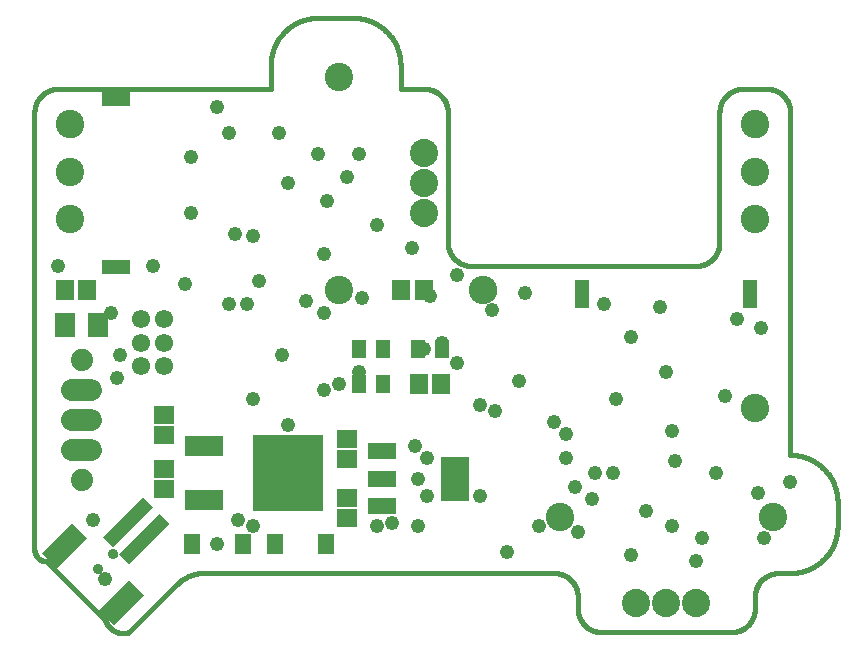
<source format=gbs>
G75*
%MOIN*%
%OFA0B0*%
%FSLAX25Y25*%
%IPPOS*%
%LPD*%
%AMOC8*
5,1,8,0,0,1.08239X$1,22.5*
%
%ADD10C,0.01600*%
%ADD11C,0.00000*%
%ADD12C,0.09461*%
%ADD13R,0.07099X0.07898*%
%ADD14R,0.05918X0.07099*%
%ADD15R,0.12611X0.07099*%
%ADD16R,0.23635X0.25209*%
%ADD17C,0.09400*%
%ADD18R,0.05000X0.09400*%
%ADD19R,0.09400X0.05000*%
%ADD20R,0.09600X0.05600*%
%ADD21R,0.09461X0.14973*%
%ADD22R,0.06706X0.05918*%
%ADD23R,0.05800X0.06587*%
%ADD24R,0.05131X0.06312*%
%ADD25R,0.04737X0.18910*%
%ADD26R,0.14186X0.07099*%
%ADD27C,0.07296*%
%ADD28C,0.07400*%
%ADD29C,0.06115*%
%ADD30C,0.03556*%
%ADD31C,0.04762*%
%ADD32C,0.04900*%
D10*
X0055902Y0050272D02*
X0036217Y0069957D01*
X0036093Y0069959D01*
X0035970Y0069965D01*
X0035846Y0069974D01*
X0035724Y0069988D01*
X0035601Y0070005D01*
X0035479Y0070027D01*
X0035358Y0070052D01*
X0035238Y0070081D01*
X0035119Y0070113D01*
X0035000Y0070150D01*
X0034883Y0070190D01*
X0034768Y0070233D01*
X0034653Y0070281D01*
X0034541Y0070332D01*
X0034430Y0070386D01*
X0034320Y0070444D01*
X0034213Y0070505D01*
X0034107Y0070570D01*
X0034004Y0070638D01*
X0033903Y0070709D01*
X0033804Y0070783D01*
X0033707Y0070860D01*
X0033613Y0070941D01*
X0033522Y0071024D01*
X0033433Y0071110D01*
X0033347Y0071199D01*
X0033264Y0071290D01*
X0033183Y0071384D01*
X0033106Y0071481D01*
X0033032Y0071580D01*
X0032961Y0071681D01*
X0032893Y0071784D01*
X0032828Y0071890D01*
X0032767Y0071997D01*
X0032709Y0072107D01*
X0032655Y0072218D01*
X0032604Y0072330D01*
X0032556Y0072445D01*
X0032513Y0072560D01*
X0032473Y0072677D01*
X0032436Y0072796D01*
X0032404Y0072915D01*
X0032375Y0073035D01*
X0032350Y0073156D01*
X0032328Y0073278D01*
X0032311Y0073401D01*
X0032297Y0073523D01*
X0032288Y0073647D01*
X0032282Y0073770D01*
X0032280Y0073894D01*
X0032280Y0219563D01*
X0032282Y0219753D01*
X0032289Y0219943D01*
X0032301Y0220133D01*
X0032317Y0220323D01*
X0032337Y0220512D01*
X0032363Y0220701D01*
X0032392Y0220889D01*
X0032427Y0221076D01*
X0032466Y0221262D01*
X0032509Y0221447D01*
X0032557Y0221632D01*
X0032609Y0221815D01*
X0032665Y0221996D01*
X0032726Y0222176D01*
X0032792Y0222355D01*
X0032861Y0222532D01*
X0032935Y0222708D01*
X0033013Y0222881D01*
X0033096Y0223053D01*
X0033182Y0223222D01*
X0033272Y0223390D01*
X0033367Y0223555D01*
X0033465Y0223718D01*
X0033568Y0223878D01*
X0033674Y0224036D01*
X0033784Y0224191D01*
X0033897Y0224344D01*
X0034015Y0224494D01*
X0034136Y0224640D01*
X0034260Y0224784D01*
X0034388Y0224925D01*
X0034519Y0225063D01*
X0034654Y0225198D01*
X0034792Y0225329D01*
X0034933Y0225457D01*
X0035077Y0225581D01*
X0035223Y0225702D01*
X0035373Y0225820D01*
X0035526Y0225933D01*
X0035681Y0226043D01*
X0035839Y0226149D01*
X0035999Y0226252D01*
X0036162Y0226350D01*
X0036327Y0226445D01*
X0036495Y0226535D01*
X0036664Y0226621D01*
X0036836Y0226704D01*
X0037009Y0226782D01*
X0037185Y0226856D01*
X0037362Y0226925D01*
X0037541Y0226991D01*
X0037721Y0227052D01*
X0037902Y0227108D01*
X0038085Y0227160D01*
X0038270Y0227208D01*
X0038455Y0227251D01*
X0038641Y0227290D01*
X0038828Y0227325D01*
X0039016Y0227354D01*
X0039205Y0227380D01*
X0039394Y0227400D01*
X0039584Y0227416D01*
X0039774Y0227428D01*
X0039964Y0227435D01*
X0040154Y0227437D01*
X0111020Y0227437D01*
X0111020Y0235311D01*
X0111025Y0235692D01*
X0111038Y0236072D01*
X0111061Y0236452D01*
X0111094Y0236831D01*
X0111135Y0237209D01*
X0111185Y0237586D01*
X0111245Y0237962D01*
X0111313Y0238337D01*
X0111391Y0238709D01*
X0111478Y0239080D01*
X0111573Y0239448D01*
X0111678Y0239814D01*
X0111791Y0240177D01*
X0111913Y0240538D01*
X0112043Y0240895D01*
X0112183Y0241249D01*
X0112330Y0241600D01*
X0112487Y0241947D01*
X0112651Y0242290D01*
X0112824Y0242629D01*
X0113005Y0242964D01*
X0113194Y0243295D01*
X0113391Y0243620D01*
X0113595Y0243941D01*
X0113808Y0244257D01*
X0114028Y0244567D01*
X0114255Y0244873D01*
X0114490Y0245172D01*
X0114732Y0245466D01*
X0114980Y0245754D01*
X0115236Y0246036D01*
X0115499Y0246311D01*
X0115768Y0246580D01*
X0116043Y0246843D01*
X0116325Y0247099D01*
X0116613Y0247347D01*
X0116907Y0247589D01*
X0117206Y0247824D01*
X0117512Y0248051D01*
X0117822Y0248271D01*
X0118138Y0248484D01*
X0118459Y0248688D01*
X0118784Y0248885D01*
X0119115Y0249074D01*
X0119450Y0249255D01*
X0119789Y0249428D01*
X0120132Y0249592D01*
X0120479Y0249749D01*
X0120830Y0249896D01*
X0121184Y0250036D01*
X0121541Y0250166D01*
X0121902Y0250288D01*
X0122265Y0250401D01*
X0122631Y0250506D01*
X0122999Y0250601D01*
X0123370Y0250688D01*
X0123742Y0250766D01*
X0124117Y0250834D01*
X0124493Y0250894D01*
X0124870Y0250944D01*
X0125248Y0250985D01*
X0125627Y0251018D01*
X0126007Y0251041D01*
X0126387Y0251054D01*
X0126768Y0251059D01*
X0138579Y0251059D01*
X0138960Y0251054D01*
X0139340Y0251041D01*
X0139720Y0251018D01*
X0140099Y0250985D01*
X0140477Y0250944D01*
X0140854Y0250894D01*
X0141230Y0250834D01*
X0141605Y0250766D01*
X0141977Y0250688D01*
X0142348Y0250601D01*
X0142716Y0250506D01*
X0143082Y0250401D01*
X0143445Y0250288D01*
X0143806Y0250166D01*
X0144163Y0250036D01*
X0144517Y0249896D01*
X0144868Y0249749D01*
X0145215Y0249592D01*
X0145558Y0249428D01*
X0145897Y0249255D01*
X0146232Y0249074D01*
X0146563Y0248885D01*
X0146888Y0248688D01*
X0147209Y0248484D01*
X0147525Y0248271D01*
X0147835Y0248051D01*
X0148141Y0247824D01*
X0148440Y0247589D01*
X0148734Y0247347D01*
X0149022Y0247099D01*
X0149304Y0246843D01*
X0149579Y0246580D01*
X0149848Y0246311D01*
X0150111Y0246036D01*
X0150367Y0245754D01*
X0150615Y0245466D01*
X0150857Y0245172D01*
X0151092Y0244873D01*
X0151319Y0244567D01*
X0151539Y0244257D01*
X0151752Y0243941D01*
X0151956Y0243620D01*
X0152153Y0243295D01*
X0152342Y0242964D01*
X0152523Y0242629D01*
X0152696Y0242290D01*
X0152860Y0241947D01*
X0153017Y0241600D01*
X0153164Y0241249D01*
X0153304Y0240895D01*
X0153434Y0240538D01*
X0153556Y0240177D01*
X0153669Y0239814D01*
X0153774Y0239448D01*
X0153869Y0239080D01*
X0153956Y0238709D01*
X0154034Y0238337D01*
X0154102Y0237962D01*
X0154162Y0237586D01*
X0154212Y0237209D01*
X0154253Y0236831D01*
X0154286Y0236452D01*
X0154309Y0236072D01*
X0154322Y0235692D01*
X0154327Y0235311D01*
X0154327Y0227437D01*
X0162201Y0227437D01*
X0162391Y0227435D01*
X0162581Y0227428D01*
X0162771Y0227416D01*
X0162961Y0227400D01*
X0163150Y0227380D01*
X0163339Y0227354D01*
X0163527Y0227325D01*
X0163714Y0227290D01*
X0163900Y0227251D01*
X0164085Y0227208D01*
X0164270Y0227160D01*
X0164453Y0227108D01*
X0164634Y0227052D01*
X0164814Y0226991D01*
X0164993Y0226925D01*
X0165170Y0226856D01*
X0165346Y0226782D01*
X0165519Y0226704D01*
X0165691Y0226621D01*
X0165860Y0226535D01*
X0166028Y0226445D01*
X0166193Y0226350D01*
X0166356Y0226252D01*
X0166516Y0226149D01*
X0166674Y0226043D01*
X0166829Y0225933D01*
X0166982Y0225820D01*
X0167132Y0225702D01*
X0167278Y0225581D01*
X0167422Y0225457D01*
X0167563Y0225329D01*
X0167701Y0225198D01*
X0167836Y0225063D01*
X0167967Y0224925D01*
X0168095Y0224784D01*
X0168219Y0224640D01*
X0168340Y0224494D01*
X0168458Y0224344D01*
X0168571Y0224191D01*
X0168681Y0224036D01*
X0168787Y0223878D01*
X0168890Y0223718D01*
X0168988Y0223555D01*
X0169083Y0223390D01*
X0169173Y0223222D01*
X0169259Y0223053D01*
X0169342Y0222881D01*
X0169420Y0222708D01*
X0169494Y0222532D01*
X0169563Y0222355D01*
X0169629Y0222176D01*
X0169690Y0221996D01*
X0169746Y0221815D01*
X0169798Y0221632D01*
X0169846Y0221447D01*
X0169889Y0221262D01*
X0169928Y0221076D01*
X0169963Y0220889D01*
X0169992Y0220701D01*
X0170018Y0220512D01*
X0170038Y0220323D01*
X0170054Y0220133D01*
X0170066Y0219943D01*
X0170073Y0219753D01*
X0170075Y0219563D01*
X0170075Y0176256D01*
X0170077Y0176066D01*
X0170084Y0175876D01*
X0170096Y0175686D01*
X0170112Y0175496D01*
X0170132Y0175307D01*
X0170158Y0175118D01*
X0170187Y0174930D01*
X0170222Y0174743D01*
X0170261Y0174557D01*
X0170304Y0174372D01*
X0170352Y0174187D01*
X0170404Y0174004D01*
X0170460Y0173823D01*
X0170521Y0173643D01*
X0170587Y0173464D01*
X0170656Y0173287D01*
X0170730Y0173111D01*
X0170808Y0172938D01*
X0170891Y0172766D01*
X0170977Y0172597D01*
X0171067Y0172429D01*
X0171162Y0172264D01*
X0171260Y0172101D01*
X0171363Y0171941D01*
X0171469Y0171783D01*
X0171579Y0171628D01*
X0171692Y0171475D01*
X0171810Y0171325D01*
X0171931Y0171179D01*
X0172055Y0171035D01*
X0172183Y0170894D01*
X0172314Y0170756D01*
X0172449Y0170621D01*
X0172587Y0170490D01*
X0172728Y0170362D01*
X0172872Y0170238D01*
X0173018Y0170117D01*
X0173168Y0169999D01*
X0173321Y0169886D01*
X0173476Y0169776D01*
X0173634Y0169670D01*
X0173794Y0169567D01*
X0173957Y0169469D01*
X0174122Y0169374D01*
X0174290Y0169284D01*
X0174459Y0169198D01*
X0174631Y0169115D01*
X0174804Y0169037D01*
X0174980Y0168963D01*
X0175157Y0168894D01*
X0175336Y0168828D01*
X0175516Y0168767D01*
X0175697Y0168711D01*
X0175880Y0168659D01*
X0176065Y0168611D01*
X0176250Y0168568D01*
X0176436Y0168529D01*
X0176623Y0168494D01*
X0176811Y0168465D01*
X0177000Y0168439D01*
X0177189Y0168419D01*
X0177379Y0168403D01*
X0177569Y0168391D01*
X0177759Y0168384D01*
X0177949Y0168382D01*
X0252753Y0168382D01*
X0252943Y0168384D01*
X0253133Y0168391D01*
X0253323Y0168403D01*
X0253513Y0168419D01*
X0253702Y0168439D01*
X0253891Y0168465D01*
X0254079Y0168494D01*
X0254266Y0168529D01*
X0254452Y0168568D01*
X0254637Y0168611D01*
X0254822Y0168659D01*
X0255005Y0168711D01*
X0255186Y0168767D01*
X0255366Y0168828D01*
X0255545Y0168894D01*
X0255722Y0168963D01*
X0255898Y0169037D01*
X0256071Y0169115D01*
X0256243Y0169198D01*
X0256412Y0169284D01*
X0256580Y0169374D01*
X0256745Y0169469D01*
X0256908Y0169567D01*
X0257068Y0169670D01*
X0257226Y0169776D01*
X0257381Y0169886D01*
X0257534Y0169999D01*
X0257684Y0170117D01*
X0257830Y0170238D01*
X0257974Y0170362D01*
X0258115Y0170490D01*
X0258253Y0170621D01*
X0258388Y0170756D01*
X0258519Y0170894D01*
X0258647Y0171035D01*
X0258771Y0171179D01*
X0258892Y0171325D01*
X0259010Y0171475D01*
X0259123Y0171628D01*
X0259233Y0171783D01*
X0259339Y0171941D01*
X0259442Y0172101D01*
X0259540Y0172264D01*
X0259635Y0172429D01*
X0259725Y0172597D01*
X0259811Y0172766D01*
X0259894Y0172938D01*
X0259972Y0173111D01*
X0260046Y0173287D01*
X0260115Y0173464D01*
X0260181Y0173643D01*
X0260242Y0173823D01*
X0260298Y0174004D01*
X0260350Y0174187D01*
X0260398Y0174372D01*
X0260441Y0174557D01*
X0260480Y0174743D01*
X0260515Y0174930D01*
X0260544Y0175118D01*
X0260570Y0175307D01*
X0260590Y0175496D01*
X0260606Y0175686D01*
X0260618Y0175876D01*
X0260625Y0176066D01*
X0260627Y0176256D01*
X0260627Y0219563D01*
X0260629Y0219753D01*
X0260636Y0219943D01*
X0260648Y0220133D01*
X0260664Y0220323D01*
X0260684Y0220512D01*
X0260710Y0220701D01*
X0260739Y0220889D01*
X0260774Y0221076D01*
X0260813Y0221262D01*
X0260856Y0221447D01*
X0260904Y0221632D01*
X0260956Y0221815D01*
X0261012Y0221996D01*
X0261073Y0222176D01*
X0261139Y0222355D01*
X0261208Y0222532D01*
X0261282Y0222708D01*
X0261360Y0222881D01*
X0261443Y0223053D01*
X0261529Y0223222D01*
X0261619Y0223390D01*
X0261714Y0223555D01*
X0261812Y0223718D01*
X0261915Y0223878D01*
X0262021Y0224036D01*
X0262131Y0224191D01*
X0262244Y0224344D01*
X0262362Y0224494D01*
X0262483Y0224640D01*
X0262607Y0224784D01*
X0262735Y0224925D01*
X0262866Y0225063D01*
X0263001Y0225198D01*
X0263139Y0225329D01*
X0263280Y0225457D01*
X0263424Y0225581D01*
X0263570Y0225702D01*
X0263720Y0225820D01*
X0263873Y0225933D01*
X0264028Y0226043D01*
X0264186Y0226149D01*
X0264346Y0226252D01*
X0264509Y0226350D01*
X0264674Y0226445D01*
X0264842Y0226535D01*
X0265011Y0226621D01*
X0265183Y0226704D01*
X0265356Y0226782D01*
X0265532Y0226856D01*
X0265709Y0226925D01*
X0265888Y0226991D01*
X0266068Y0227052D01*
X0266249Y0227108D01*
X0266432Y0227160D01*
X0266617Y0227208D01*
X0266802Y0227251D01*
X0266988Y0227290D01*
X0267175Y0227325D01*
X0267363Y0227354D01*
X0267552Y0227380D01*
X0267741Y0227400D01*
X0267931Y0227416D01*
X0268121Y0227428D01*
X0268311Y0227435D01*
X0268501Y0227437D01*
X0276375Y0227437D01*
X0276565Y0227435D01*
X0276755Y0227428D01*
X0276945Y0227416D01*
X0277135Y0227400D01*
X0277324Y0227380D01*
X0277513Y0227354D01*
X0277701Y0227325D01*
X0277888Y0227290D01*
X0278074Y0227251D01*
X0278259Y0227208D01*
X0278444Y0227160D01*
X0278627Y0227108D01*
X0278808Y0227052D01*
X0278988Y0226991D01*
X0279167Y0226925D01*
X0279344Y0226856D01*
X0279520Y0226782D01*
X0279693Y0226704D01*
X0279865Y0226621D01*
X0280034Y0226535D01*
X0280202Y0226445D01*
X0280367Y0226350D01*
X0280530Y0226252D01*
X0280690Y0226149D01*
X0280848Y0226043D01*
X0281003Y0225933D01*
X0281156Y0225820D01*
X0281306Y0225702D01*
X0281452Y0225581D01*
X0281596Y0225457D01*
X0281737Y0225329D01*
X0281875Y0225198D01*
X0282010Y0225063D01*
X0282141Y0224925D01*
X0282269Y0224784D01*
X0282393Y0224640D01*
X0282514Y0224494D01*
X0282632Y0224344D01*
X0282745Y0224191D01*
X0282855Y0224036D01*
X0282961Y0223878D01*
X0283064Y0223718D01*
X0283162Y0223555D01*
X0283257Y0223390D01*
X0283347Y0223222D01*
X0283433Y0223053D01*
X0283516Y0222881D01*
X0283594Y0222708D01*
X0283668Y0222532D01*
X0283737Y0222355D01*
X0283803Y0222176D01*
X0283864Y0221996D01*
X0283920Y0221815D01*
X0283972Y0221632D01*
X0284020Y0221447D01*
X0284063Y0221262D01*
X0284102Y0221076D01*
X0284137Y0220889D01*
X0284166Y0220701D01*
X0284192Y0220512D01*
X0284212Y0220323D01*
X0284228Y0220133D01*
X0284240Y0219943D01*
X0284247Y0219753D01*
X0284249Y0219563D01*
X0284249Y0105390D01*
X0284630Y0105385D01*
X0285010Y0105372D01*
X0285390Y0105349D01*
X0285769Y0105316D01*
X0286147Y0105275D01*
X0286524Y0105225D01*
X0286900Y0105165D01*
X0287275Y0105097D01*
X0287647Y0105019D01*
X0288018Y0104932D01*
X0288386Y0104837D01*
X0288752Y0104732D01*
X0289115Y0104619D01*
X0289476Y0104497D01*
X0289833Y0104367D01*
X0290187Y0104227D01*
X0290538Y0104080D01*
X0290885Y0103923D01*
X0291228Y0103759D01*
X0291567Y0103586D01*
X0291902Y0103405D01*
X0292233Y0103216D01*
X0292558Y0103019D01*
X0292879Y0102815D01*
X0293195Y0102602D01*
X0293505Y0102382D01*
X0293811Y0102155D01*
X0294110Y0101920D01*
X0294404Y0101678D01*
X0294692Y0101430D01*
X0294974Y0101174D01*
X0295249Y0100911D01*
X0295518Y0100642D01*
X0295781Y0100367D01*
X0296037Y0100085D01*
X0296285Y0099797D01*
X0296527Y0099503D01*
X0296762Y0099204D01*
X0296989Y0098898D01*
X0297209Y0098588D01*
X0297422Y0098272D01*
X0297626Y0097951D01*
X0297823Y0097626D01*
X0298012Y0097295D01*
X0298193Y0096960D01*
X0298366Y0096621D01*
X0298530Y0096278D01*
X0298687Y0095931D01*
X0298834Y0095580D01*
X0298974Y0095226D01*
X0299104Y0094869D01*
X0299226Y0094508D01*
X0299339Y0094145D01*
X0299444Y0093779D01*
X0299539Y0093411D01*
X0299626Y0093040D01*
X0299704Y0092668D01*
X0299772Y0092293D01*
X0299832Y0091917D01*
X0299882Y0091540D01*
X0299923Y0091162D01*
X0299956Y0090783D01*
X0299979Y0090403D01*
X0299992Y0090023D01*
X0299997Y0089642D01*
X0299997Y0081768D01*
X0299992Y0081387D01*
X0299979Y0081007D01*
X0299956Y0080627D01*
X0299923Y0080248D01*
X0299882Y0079870D01*
X0299832Y0079493D01*
X0299772Y0079117D01*
X0299704Y0078742D01*
X0299626Y0078370D01*
X0299539Y0077999D01*
X0299444Y0077631D01*
X0299339Y0077265D01*
X0299226Y0076902D01*
X0299104Y0076541D01*
X0298974Y0076184D01*
X0298834Y0075830D01*
X0298687Y0075479D01*
X0298530Y0075132D01*
X0298366Y0074789D01*
X0298193Y0074450D01*
X0298012Y0074115D01*
X0297823Y0073784D01*
X0297626Y0073459D01*
X0297422Y0073138D01*
X0297209Y0072822D01*
X0296989Y0072512D01*
X0296762Y0072206D01*
X0296527Y0071907D01*
X0296285Y0071613D01*
X0296037Y0071325D01*
X0295781Y0071043D01*
X0295518Y0070768D01*
X0295249Y0070499D01*
X0294974Y0070236D01*
X0294692Y0069980D01*
X0294404Y0069732D01*
X0294110Y0069490D01*
X0293811Y0069255D01*
X0293505Y0069028D01*
X0293195Y0068808D01*
X0292879Y0068595D01*
X0292558Y0068391D01*
X0292233Y0068194D01*
X0291902Y0068005D01*
X0291567Y0067824D01*
X0291228Y0067651D01*
X0290885Y0067487D01*
X0290538Y0067330D01*
X0290187Y0067183D01*
X0289833Y0067043D01*
X0289476Y0066913D01*
X0289115Y0066791D01*
X0288752Y0066678D01*
X0288386Y0066573D01*
X0288018Y0066478D01*
X0287647Y0066391D01*
X0287275Y0066313D01*
X0286900Y0066245D01*
X0286524Y0066185D01*
X0286147Y0066135D01*
X0285769Y0066094D01*
X0285390Y0066061D01*
X0285010Y0066038D01*
X0284630Y0066025D01*
X0284249Y0066020D01*
X0280312Y0066020D01*
X0280122Y0066018D01*
X0279932Y0066011D01*
X0279742Y0065999D01*
X0279552Y0065983D01*
X0279363Y0065963D01*
X0279174Y0065937D01*
X0278986Y0065908D01*
X0278799Y0065873D01*
X0278613Y0065834D01*
X0278428Y0065791D01*
X0278243Y0065743D01*
X0278060Y0065691D01*
X0277879Y0065635D01*
X0277699Y0065574D01*
X0277520Y0065508D01*
X0277343Y0065439D01*
X0277167Y0065365D01*
X0276994Y0065287D01*
X0276822Y0065204D01*
X0276653Y0065118D01*
X0276485Y0065028D01*
X0276320Y0064933D01*
X0276157Y0064835D01*
X0275997Y0064732D01*
X0275839Y0064626D01*
X0275684Y0064516D01*
X0275531Y0064403D01*
X0275381Y0064285D01*
X0275235Y0064164D01*
X0275091Y0064040D01*
X0274950Y0063912D01*
X0274812Y0063781D01*
X0274677Y0063646D01*
X0274546Y0063508D01*
X0274418Y0063367D01*
X0274294Y0063223D01*
X0274173Y0063077D01*
X0274055Y0062927D01*
X0273942Y0062774D01*
X0273832Y0062619D01*
X0273726Y0062461D01*
X0273623Y0062301D01*
X0273525Y0062138D01*
X0273430Y0061973D01*
X0273340Y0061805D01*
X0273254Y0061636D01*
X0273171Y0061464D01*
X0273093Y0061291D01*
X0273019Y0061115D01*
X0272950Y0060938D01*
X0272884Y0060759D01*
X0272823Y0060579D01*
X0272767Y0060398D01*
X0272715Y0060215D01*
X0272667Y0060030D01*
X0272624Y0059845D01*
X0272585Y0059659D01*
X0272550Y0059472D01*
X0272521Y0059284D01*
X0272495Y0059095D01*
X0272475Y0058906D01*
X0272459Y0058716D01*
X0272447Y0058526D01*
X0272440Y0058336D01*
X0272438Y0058146D01*
X0272438Y0054209D01*
X0272436Y0054019D01*
X0272429Y0053829D01*
X0272417Y0053639D01*
X0272401Y0053449D01*
X0272381Y0053260D01*
X0272355Y0053071D01*
X0272326Y0052883D01*
X0272291Y0052696D01*
X0272252Y0052510D01*
X0272209Y0052325D01*
X0272161Y0052140D01*
X0272109Y0051957D01*
X0272053Y0051776D01*
X0271992Y0051596D01*
X0271926Y0051417D01*
X0271857Y0051240D01*
X0271783Y0051064D01*
X0271705Y0050891D01*
X0271622Y0050719D01*
X0271536Y0050550D01*
X0271446Y0050382D01*
X0271351Y0050217D01*
X0271253Y0050054D01*
X0271150Y0049894D01*
X0271044Y0049736D01*
X0270934Y0049581D01*
X0270821Y0049428D01*
X0270703Y0049278D01*
X0270582Y0049132D01*
X0270458Y0048988D01*
X0270330Y0048847D01*
X0270199Y0048709D01*
X0270064Y0048574D01*
X0269926Y0048443D01*
X0269785Y0048315D01*
X0269641Y0048191D01*
X0269495Y0048070D01*
X0269345Y0047952D01*
X0269192Y0047839D01*
X0269037Y0047729D01*
X0268879Y0047623D01*
X0268719Y0047520D01*
X0268556Y0047422D01*
X0268391Y0047327D01*
X0268223Y0047237D01*
X0268054Y0047151D01*
X0267882Y0047068D01*
X0267709Y0046990D01*
X0267533Y0046916D01*
X0267356Y0046847D01*
X0267177Y0046781D01*
X0266997Y0046720D01*
X0266816Y0046664D01*
X0266633Y0046612D01*
X0266448Y0046564D01*
X0266263Y0046521D01*
X0266077Y0046482D01*
X0265890Y0046447D01*
X0265702Y0046418D01*
X0265513Y0046392D01*
X0265324Y0046372D01*
X0265134Y0046356D01*
X0264944Y0046344D01*
X0264754Y0046337D01*
X0264564Y0046335D01*
X0221257Y0046335D01*
X0221067Y0046337D01*
X0220877Y0046344D01*
X0220687Y0046356D01*
X0220497Y0046372D01*
X0220308Y0046392D01*
X0220119Y0046418D01*
X0219931Y0046447D01*
X0219744Y0046482D01*
X0219558Y0046521D01*
X0219373Y0046564D01*
X0219188Y0046612D01*
X0219005Y0046664D01*
X0218824Y0046720D01*
X0218644Y0046781D01*
X0218465Y0046847D01*
X0218288Y0046916D01*
X0218112Y0046990D01*
X0217939Y0047068D01*
X0217767Y0047151D01*
X0217598Y0047237D01*
X0217430Y0047327D01*
X0217265Y0047422D01*
X0217102Y0047520D01*
X0216942Y0047623D01*
X0216784Y0047729D01*
X0216629Y0047839D01*
X0216476Y0047952D01*
X0216326Y0048070D01*
X0216180Y0048191D01*
X0216036Y0048315D01*
X0215895Y0048443D01*
X0215757Y0048574D01*
X0215622Y0048709D01*
X0215491Y0048847D01*
X0215363Y0048988D01*
X0215239Y0049132D01*
X0215118Y0049278D01*
X0215000Y0049428D01*
X0214887Y0049581D01*
X0214777Y0049736D01*
X0214671Y0049894D01*
X0214568Y0050054D01*
X0214470Y0050217D01*
X0214375Y0050382D01*
X0214285Y0050550D01*
X0214199Y0050719D01*
X0214116Y0050891D01*
X0214038Y0051064D01*
X0213964Y0051240D01*
X0213895Y0051417D01*
X0213829Y0051596D01*
X0213768Y0051776D01*
X0213712Y0051957D01*
X0213660Y0052140D01*
X0213612Y0052325D01*
X0213569Y0052510D01*
X0213530Y0052696D01*
X0213495Y0052883D01*
X0213466Y0053071D01*
X0213440Y0053260D01*
X0213420Y0053449D01*
X0213404Y0053639D01*
X0213392Y0053829D01*
X0213385Y0054019D01*
X0213383Y0054209D01*
X0213383Y0058146D01*
X0213381Y0058336D01*
X0213374Y0058526D01*
X0213362Y0058716D01*
X0213346Y0058906D01*
X0213326Y0059095D01*
X0213300Y0059284D01*
X0213271Y0059472D01*
X0213236Y0059659D01*
X0213197Y0059845D01*
X0213154Y0060030D01*
X0213106Y0060215D01*
X0213054Y0060398D01*
X0212998Y0060579D01*
X0212937Y0060759D01*
X0212871Y0060938D01*
X0212802Y0061115D01*
X0212728Y0061291D01*
X0212650Y0061464D01*
X0212567Y0061636D01*
X0212481Y0061805D01*
X0212391Y0061973D01*
X0212296Y0062138D01*
X0212198Y0062301D01*
X0212095Y0062461D01*
X0211989Y0062619D01*
X0211879Y0062774D01*
X0211766Y0062927D01*
X0211648Y0063077D01*
X0211527Y0063223D01*
X0211403Y0063367D01*
X0211275Y0063508D01*
X0211144Y0063646D01*
X0211009Y0063781D01*
X0210871Y0063912D01*
X0210730Y0064040D01*
X0210586Y0064164D01*
X0210440Y0064285D01*
X0210290Y0064403D01*
X0210137Y0064516D01*
X0209982Y0064626D01*
X0209824Y0064732D01*
X0209664Y0064835D01*
X0209501Y0064933D01*
X0209336Y0065028D01*
X0209168Y0065118D01*
X0208999Y0065204D01*
X0208827Y0065287D01*
X0208654Y0065365D01*
X0208478Y0065439D01*
X0208301Y0065508D01*
X0208122Y0065574D01*
X0207942Y0065635D01*
X0207761Y0065691D01*
X0207578Y0065743D01*
X0207393Y0065791D01*
X0207208Y0065834D01*
X0207022Y0065873D01*
X0206835Y0065908D01*
X0206647Y0065937D01*
X0206458Y0065963D01*
X0206269Y0065983D01*
X0206079Y0065999D01*
X0205889Y0066011D01*
X0205699Y0066018D01*
X0205509Y0066020D01*
X0087398Y0066020D01*
X0079524Y0062083D02*
X0063776Y0046335D01*
X0063777Y0046334D02*
X0063629Y0046287D01*
X0063480Y0046244D01*
X0063330Y0046204D01*
X0063179Y0046168D01*
X0063027Y0046136D01*
X0062874Y0046107D01*
X0062721Y0046082D01*
X0062567Y0046061D01*
X0062413Y0046044D01*
X0062258Y0046031D01*
X0062103Y0046022D01*
X0061948Y0046017D01*
X0061793Y0046015D01*
X0061638Y0046017D01*
X0061483Y0046023D01*
X0061328Y0046034D01*
X0061173Y0046047D01*
X0061019Y0046065D01*
X0060866Y0046087D01*
X0060712Y0046112D01*
X0060560Y0046141D01*
X0060408Y0046174D01*
X0060258Y0046211D01*
X0060108Y0046252D01*
X0059959Y0046296D01*
X0059811Y0046344D01*
X0059665Y0046396D01*
X0059520Y0046451D01*
X0059376Y0046510D01*
X0059234Y0046572D01*
X0059094Y0046638D01*
X0058955Y0046707D01*
X0058818Y0046780D01*
X0058683Y0046856D01*
X0058549Y0046936D01*
X0058418Y0047019D01*
X0058289Y0047105D01*
X0058162Y0047194D01*
X0058038Y0047287D01*
X0057915Y0047382D01*
X0057795Y0047481D01*
X0057678Y0047582D01*
X0057563Y0047687D01*
X0057451Y0047794D01*
X0057341Y0047904D01*
X0057235Y0048017D01*
X0057131Y0048132D01*
X0057030Y0048250D01*
X0056932Y0048370D01*
X0056837Y0048493D01*
X0056745Y0048618D01*
X0056656Y0048746D01*
X0056571Y0048875D01*
X0056489Y0049007D01*
X0056410Y0049140D01*
X0056334Y0049276D01*
X0056262Y0049413D01*
X0056193Y0049552D01*
X0056128Y0049693D01*
X0056066Y0049836D01*
X0056008Y0049980D01*
X0055953Y0050125D01*
X0055902Y0050271D01*
X0079525Y0062082D02*
X0079762Y0062314D01*
X0080005Y0062540D01*
X0080253Y0062760D01*
X0080506Y0062974D01*
X0080765Y0063183D01*
X0081028Y0063384D01*
X0081296Y0063580D01*
X0081568Y0063769D01*
X0081845Y0063952D01*
X0082127Y0064128D01*
X0082412Y0064297D01*
X0082701Y0064459D01*
X0082994Y0064614D01*
X0083291Y0064763D01*
X0083591Y0064904D01*
X0083895Y0065038D01*
X0084201Y0065165D01*
X0084511Y0065284D01*
X0084823Y0065396D01*
X0085138Y0065501D01*
X0085455Y0065598D01*
X0085774Y0065687D01*
X0086096Y0065769D01*
X0086419Y0065843D01*
X0086744Y0065910D01*
X0087071Y0065968D01*
X0087399Y0066019D01*
D11*
X0057030Y0072462D02*
X0057032Y0072536D01*
X0057038Y0072610D01*
X0057048Y0072683D01*
X0057062Y0072756D01*
X0057079Y0072828D01*
X0057101Y0072898D01*
X0057126Y0072968D01*
X0057155Y0073036D01*
X0057188Y0073102D01*
X0057224Y0073167D01*
X0057264Y0073229D01*
X0057306Y0073290D01*
X0057352Y0073348D01*
X0057401Y0073403D01*
X0057453Y0073456D01*
X0057508Y0073506D01*
X0057565Y0073552D01*
X0057625Y0073596D01*
X0057687Y0073636D01*
X0057751Y0073673D01*
X0057817Y0073707D01*
X0057885Y0073737D01*
X0057954Y0073763D01*
X0058025Y0073786D01*
X0058096Y0073804D01*
X0058169Y0073819D01*
X0058242Y0073830D01*
X0058316Y0073837D01*
X0058390Y0073840D01*
X0058463Y0073839D01*
X0058537Y0073834D01*
X0058611Y0073825D01*
X0058684Y0073812D01*
X0058756Y0073795D01*
X0058827Y0073775D01*
X0058897Y0073750D01*
X0058965Y0073722D01*
X0059032Y0073691D01*
X0059097Y0073655D01*
X0059160Y0073617D01*
X0059221Y0073575D01*
X0059280Y0073529D01*
X0059336Y0073481D01*
X0059389Y0073430D01*
X0059439Y0073376D01*
X0059487Y0073319D01*
X0059531Y0073260D01*
X0059573Y0073198D01*
X0059611Y0073135D01*
X0059645Y0073069D01*
X0059676Y0073002D01*
X0059703Y0072933D01*
X0059726Y0072863D01*
X0059746Y0072792D01*
X0059762Y0072719D01*
X0059774Y0072646D01*
X0059782Y0072573D01*
X0059786Y0072499D01*
X0059786Y0072425D01*
X0059782Y0072351D01*
X0059774Y0072278D01*
X0059762Y0072205D01*
X0059746Y0072132D01*
X0059726Y0072061D01*
X0059703Y0071991D01*
X0059676Y0071922D01*
X0059645Y0071855D01*
X0059611Y0071789D01*
X0059573Y0071726D01*
X0059531Y0071664D01*
X0059487Y0071605D01*
X0059439Y0071548D01*
X0059389Y0071494D01*
X0059336Y0071443D01*
X0059280Y0071395D01*
X0059221Y0071349D01*
X0059160Y0071307D01*
X0059097Y0071269D01*
X0059032Y0071233D01*
X0058965Y0071202D01*
X0058897Y0071174D01*
X0058827Y0071149D01*
X0058756Y0071129D01*
X0058684Y0071112D01*
X0058611Y0071099D01*
X0058537Y0071090D01*
X0058463Y0071085D01*
X0058390Y0071084D01*
X0058316Y0071087D01*
X0058242Y0071094D01*
X0058169Y0071105D01*
X0058096Y0071120D01*
X0058025Y0071138D01*
X0057954Y0071161D01*
X0057885Y0071187D01*
X0057817Y0071217D01*
X0057751Y0071251D01*
X0057687Y0071288D01*
X0057625Y0071328D01*
X0057565Y0071372D01*
X0057508Y0071418D01*
X0057453Y0071468D01*
X0057401Y0071521D01*
X0057352Y0071576D01*
X0057306Y0071634D01*
X0057264Y0071695D01*
X0057224Y0071757D01*
X0057188Y0071822D01*
X0057155Y0071888D01*
X0057126Y0071956D01*
X0057101Y0072026D01*
X0057079Y0072096D01*
X0057062Y0072168D01*
X0057048Y0072241D01*
X0057038Y0072314D01*
X0057032Y0072388D01*
X0057030Y0072462D01*
X0052019Y0067451D02*
X0052021Y0067525D01*
X0052027Y0067599D01*
X0052037Y0067672D01*
X0052051Y0067745D01*
X0052068Y0067817D01*
X0052090Y0067887D01*
X0052115Y0067957D01*
X0052144Y0068025D01*
X0052177Y0068091D01*
X0052213Y0068156D01*
X0052253Y0068218D01*
X0052295Y0068279D01*
X0052341Y0068337D01*
X0052390Y0068392D01*
X0052442Y0068445D01*
X0052497Y0068495D01*
X0052554Y0068541D01*
X0052614Y0068585D01*
X0052676Y0068625D01*
X0052740Y0068662D01*
X0052806Y0068696D01*
X0052874Y0068726D01*
X0052943Y0068752D01*
X0053014Y0068775D01*
X0053085Y0068793D01*
X0053158Y0068808D01*
X0053231Y0068819D01*
X0053305Y0068826D01*
X0053379Y0068829D01*
X0053452Y0068828D01*
X0053526Y0068823D01*
X0053600Y0068814D01*
X0053673Y0068801D01*
X0053745Y0068784D01*
X0053816Y0068764D01*
X0053886Y0068739D01*
X0053954Y0068711D01*
X0054021Y0068680D01*
X0054086Y0068644D01*
X0054149Y0068606D01*
X0054210Y0068564D01*
X0054269Y0068518D01*
X0054325Y0068470D01*
X0054378Y0068419D01*
X0054428Y0068365D01*
X0054476Y0068308D01*
X0054520Y0068249D01*
X0054562Y0068187D01*
X0054600Y0068124D01*
X0054634Y0068058D01*
X0054665Y0067991D01*
X0054692Y0067922D01*
X0054715Y0067852D01*
X0054735Y0067781D01*
X0054751Y0067708D01*
X0054763Y0067635D01*
X0054771Y0067562D01*
X0054775Y0067488D01*
X0054775Y0067414D01*
X0054771Y0067340D01*
X0054763Y0067267D01*
X0054751Y0067194D01*
X0054735Y0067121D01*
X0054715Y0067050D01*
X0054692Y0066980D01*
X0054665Y0066911D01*
X0054634Y0066844D01*
X0054600Y0066778D01*
X0054562Y0066715D01*
X0054520Y0066653D01*
X0054476Y0066594D01*
X0054428Y0066537D01*
X0054378Y0066483D01*
X0054325Y0066432D01*
X0054269Y0066384D01*
X0054210Y0066338D01*
X0054149Y0066296D01*
X0054086Y0066258D01*
X0054021Y0066222D01*
X0053954Y0066191D01*
X0053886Y0066163D01*
X0053816Y0066138D01*
X0053745Y0066118D01*
X0053673Y0066101D01*
X0053600Y0066088D01*
X0053526Y0066079D01*
X0053452Y0066074D01*
X0053379Y0066073D01*
X0053305Y0066076D01*
X0053231Y0066083D01*
X0053158Y0066094D01*
X0053085Y0066109D01*
X0053014Y0066127D01*
X0052943Y0066150D01*
X0052874Y0066176D01*
X0052806Y0066206D01*
X0052740Y0066240D01*
X0052676Y0066277D01*
X0052614Y0066317D01*
X0052554Y0066361D01*
X0052497Y0066407D01*
X0052442Y0066457D01*
X0052390Y0066510D01*
X0052341Y0066565D01*
X0052295Y0066623D01*
X0052253Y0066684D01*
X0052213Y0066746D01*
X0052177Y0066811D01*
X0052144Y0066877D01*
X0052115Y0066945D01*
X0052090Y0067015D01*
X0052068Y0067085D01*
X0052051Y0067157D01*
X0052037Y0067230D01*
X0052027Y0067303D01*
X0052021Y0067377D01*
X0052019Y0067451D01*
X0129327Y0160508D02*
X0129329Y0160639D01*
X0129335Y0160771D01*
X0129345Y0160902D01*
X0129359Y0161033D01*
X0129377Y0161163D01*
X0129399Y0161292D01*
X0129424Y0161421D01*
X0129454Y0161549D01*
X0129488Y0161676D01*
X0129525Y0161803D01*
X0129566Y0161927D01*
X0129611Y0162051D01*
X0129660Y0162173D01*
X0129712Y0162294D01*
X0129768Y0162412D01*
X0129828Y0162530D01*
X0129891Y0162645D01*
X0129958Y0162758D01*
X0130028Y0162870D01*
X0130101Y0162979D01*
X0130177Y0163085D01*
X0130257Y0163190D01*
X0130340Y0163292D01*
X0130426Y0163391D01*
X0130515Y0163488D01*
X0130607Y0163582D01*
X0130702Y0163673D01*
X0130799Y0163762D01*
X0130899Y0163847D01*
X0131002Y0163929D01*
X0131107Y0164008D01*
X0131214Y0164084D01*
X0131324Y0164156D01*
X0131436Y0164225D01*
X0131550Y0164291D01*
X0131665Y0164353D01*
X0131783Y0164412D01*
X0131902Y0164467D01*
X0132023Y0164519D01*
X0132146Y0164566D01*
X0132270Y0164610D01*
X0132395Y0164651D01*
X0132521Y0164687D01*
X0132649Y0164720D01*
X0132777Y0164748D01*
X0132906Y0164773D01*
X0133036Y0164794D01*
X0133166Y0164811D01*
X0133297Y0164824D01*
X0133428Y0164833D01*
X0133559Y0164838D01*
X0133691Y0164839D01*
X0133822Y0164836D01*
X0133954Y0164829D01*
X0134085Y0164818D01*
X0134215Y0164803D01*
X0134345Y0164784D01*
X0134475Y0164761D01*
X0134603Y0164735D01*
X0134731Y0164704D01*
X0134858Y0164669D01*
X0134984Y0164631D01*
X0135108Y0164589D01*
X0135232Y0164543D01*
X0135353Y0164493D01*
X0135473Y0164440D01*
X0135592Y0164383D01*
X0135709Y0164323D01*
X0135823Y0164259D01*
X0135936Y0164191D01*
X0136047Y0164120D01*
X0136156Y0164046D01*
X0136262Y0163969D01*
X0136366Y0163888D01*
X0136467Y0163805D01*
X0136566Y0163718D01*
X0136662Y0163628D01*
X0136755Y0163535D01*
X0136846Y0163440D01*
X0136933Y0163342D01*
X0137018Y0163241D01*
X0137099Y0163138D01*
X0137177Y0163032D01*
X0137252Y0162924D01*
X0137324Y0162814D01*
X0137392Y0162702D01*
X0137457Y0162588D01*
X0137518Y0162471D01*
X0137576Y0162353D01*
X0137630Y0162233D01*
X0137681Y0162112D01*
X0137728Y0161989D01*
X0137771Y0161865D01*
X0137810Y0161740D01*
X0137846Y0161613D01*
X0137877Y0161485D01*
X0137905Y0161357D01*
X0137929Y0161228D01*
X0137949Y0161098D01*
X0137965Y0160967D01*
X0137977Y0160836D01*
X0137985Y0160705D01*
X0137989Y0160574D01*
X0137989Y0160442D01*
X0137985Y0160311D01*
X0137977Y0160180D01*
X0137965Y0160049D01*
X0137949Y0159918D01*
X0137929Y0159788D01*
X0137905Y0159659D01*
X0137877Y0159531D01*
X0137846Y0159403D01*
X0137810Y0159276D01*
X0137771Y0159151D01*
X0137728Y0159027D01*
X0137681Y0158904D01*
X0137630Y0158783D01*
X0137576Y0158663D01*
X0137518Y0158545D01*
X0137457Y0158428D01*
X0137392Y0158314D01*
X0137324Y0158202D01*
X0137252Y0158092D01*
X0137177Y0157984D01*
X0137099Y0157878D01*
X0137018Y0157775D01*
X0136933Y0157674D01*
X0136846Y0157576D01*
X0136755Y0157481D01*
X0136662Y0157388D01*
X0136566Y0157298D01*
X0136467Y0157211D01*
X0136366Y0157128D01*
X0136262Y0157047D01*
X0136156Y0156970D01*
X0136047Y0156896D01*
X0135936Y0156825D01*
X0135824Y0156757D01*
X0135709Y0156693D01*
X0135592Y0156633D01*
X0135473Y0156576D01*
X0135353Y0156523D01*
X0135232Y0156473D01*
X0135108Y0156427D01*
X0134984Y0156385D01*
X0134858Y0156347D01*
X0134731Y0156312D01*
X0134603Y0156281D01*
X0134475Y0156255D01*
X0134345Y0156232D01*
X0134215Y0156213D01*
X0134085Y0156198D01*
X0133954Y0156187D01*
X0133822Y0156180D01*
X0133691Y0156177D01*
X0133559Y0156178D01*
X0133428Y0156183D01*
X0133297Y0156192D01*
X0133166Y0156205D01*
X0133036Y0156222D01*
X0132906Y0156243D01*
X0132777Y0156268D01*
X0132649Y0156296D01*
X0132521Y0156329D01*
X0132395Y0156365D01*
X0132270Y0156406D01*
X0132146Y0156450D01*
X0132023Y0156497D01*
X0131902Y0156549D01*
X0131783Y0156604D01*
X0131665Y0156663D01*
X0131550Y0156725D01*
X0131436Y0156791D01*
X0131324Y0156860D01*
X0131214Y0156932D01*
X0131107Y0157008D01*
X0131002Y0157087D01*
X0130899Y0157169D01*
X0130799Y0157254D01*
X0130702Y0157343D01*
X0130607Y0157434D01*
X0130515Y0157528D01*
X0130426Y0157625D01*
X0130340Y0157724D01*
X0130257Y0157826D01*
X0130177Y0157931D01*
X0130101Y0158037D01*
X0130028Y0158146D01*
X0129958Y0158258D01*
X0129891Y0158371D01*
X0129828Y0158486D01*
X0129768Y0158604D01*
X0129712Y0158722D01*
X0129660Y0158843D01*
X0129611Y0158965D01*
X0129566Y0159089D01*
X0129525Y0159213D01*
X0129488Y0159340D01*
X0129454Y0159467D01*
X0129424Y0159595D01*
X0129399Y0159724D01*
X0129377Y0159853D01*
X0129359Y0159983D01*
X0129345Y0160114D01*
X0129335Y0160245D01*
X0129329Y0160377D01*
X0129327Y0160508D01*
X0177555Y0160508D02*
X0177557Y0160639D01*
X0177563Y0160771D01*
X0177573Y0160902D01*
X0177587Y0161033D01*
X0177605Y0161163D01*
X0177627Y0161292D01*
X0177652Y0161421D01*
X0177682Y0161549D01*
X0177716Y0161676D01*
X0177753Y0161803D01*
X0177794Y0161927D01*
X0177839Y0162051D01*
X0177888Y0162173D01*
X0177940Y0162294D01*
X0177996Y0162412D01*
X0178056Y0162530D01*
X0178119Y0162645D01*
X0178186Y0162758D01*
X0178256Y0162870D01*
X0178329Y0162979D01*
X0178405Y0163085D01*
X0178485Y0163190D01*
X0178568Y0163292D01*
X0178654Y0163391D01*
X0178743Y0163488D01*
X0178835Y0163582D01*
X0178930Y0163673D01*
X0179027Y0163762D01*
X0179127Y0163847D01*
X0179230Y0163929D01*
X0179335Y0164008D01*
X0179442Y0164084D01*
X0179552Y0164156D01*
X0179664Y0164225D01*
X0179778Y0164291D01*
X0179893Y0164353D01*
X0180011Y0164412D01*
X0180130Y0164467D01*
X0180251Y0164519D01*
X0180374Y0164566D01*
X0180498Y0164610D01*
X0180623Y0164651D01*
X0180749Y0164687D01*
X0180877Y0164720D01*
X0181005Y0164748D01*
X0181134Y0164773D01*
X0181264Y0164794D01*
X0181394Y0164811D01*
X0181525Y0164824D01*
X0181656Y0164833D01*
X0181787Y0164838D01*
X0181919Y0164839D01*
X0182050Y0164836D01*
X0182182Y0164829D01*
X0182313Y0164818D01*
X0182443Y0164803D01*
X0182573Y0164784D01*
X0182703Y0164761D01*
X0182831Y0164735D01*
X0182959Y0164704D01*
X0183086Y0164669D01*
X0183212Y0164631D01*
X0183336Y0164589D01*
X0183460Y0164543D01*
X0183581Y0164493D01*
X0183701Y0164440D01*
X0183820Y0164383D01*
X0183937Y0164323D01*
X0184051Y0164259D01*
X0184164Y0164191D01*
X0184275Y0164120D01*
X0184384Y0164046D01*
X0184490Y0163969D01*
X0184594Y0163888D01*
X0184695Y0163805D01*
X0184794Y0163718D01*
X0184890Y0163628D01*
X0184983Y0163535D01*
X0185074Y0163440D01*
X0185161Y0163342D01*
X0185246Y0163241D01*
X0185327Y0163138D01*
X0185405Y0163032D01*
X0185480Y0162924D01*
X0185552Y0162814D01*
X0185620Y0162702D01*
X0185685Y0162588D01*
X0185746Y0162471D01*
X0185804Y0162353D01*
X0185858Y0162233D01*
X0185909Y0162112D01*
X0185956Y0161989D01*
X0185999Y0161865D01*
X0186038Y0161740D01*
X0186074Y0161613D01*
X0186105Y0161485D01*
X0186133Y0161357D01*
X0186157Y0161228D01*
X0186177Y0161098D01*
X0186193Y0160967D01*
X0186205Y0160836D01*
X0186213Y0160705D01*
X0186217Y0160574D01*
X0186217Y0160442D01*
X0186213Y0160311D01*
X0186205Y0160180D01*
X0186193Y0160049D01*
X0186177Y0159918D01*
X0186157Y0159788D01*
X0186133Y0159659D01*
X0186105Y0159531D01*
X0186074Y0159403D01*
X0186038Y0159276D01*
X0185999Y0159151D01*
X0185956Y0159027D01*
X0185909Y0158904D01*
X0185858Y0158783D01*
X0185804Y0158663D01*
X0185746Y0158545D01*
X0185685Y0158428D01*
X0185620Y0158314D01*
X0185552Y0158202D01*
X0185480Y0158092D01*
X0185405Y0157984D01*
X0185327Y0157878D01*
X0185246Y0157775D01*
X0185161Y0157674D01*
X0185074Y0157576D01*
X0184983Y0157481D01*
X0184890Y0157388D01*
X0184794Y0157298D01*
X0184695Y0157211D01*
X0184594Y0157128D01*
X0184490Y0157047D01*
X0184384Y0156970D01*
X0184275Y0156896D01*
X0184164Y0156825D01*
X0184052Y0156757D01*
X0183937Y0156693D01*
X0183820Y0156633D01*
X0183701Y0156576D01*
X0183581Y0156523D01*
X0183460Y0156473D01*
X0183336Y0156427D01*
X0183212Y0156385D01*
X0183086Y0156347D01*
X0182959Y0156312D01*
X0182831Y0156281D01*
X0182703Y0156255D01*
X0182573Y0156232D01*
X0182443Y0156213D01*
X0182313Y0156198D01*
X0182182Y0156187D01*
X0182050Y0156180D01*
X0181919Y0156177D01*
X0181787Y0156178D01*
X0181656Y0156183D01*
X0181525Y0156192D01*
X0181394Y0156205D01*
X0181264Y0156222D01*
X0181134Y0156243D01*
X0181005Y0156268D01*
X0180877Y0156296D01*
X0180749Y0156329D01*
X0180623Y0156365D01*
X0180498Y0156406D01*
X0180374Y0156450D01*
X0180251Y0156497D01*
X0180130Y0156549D01*
X0180011Y0156604D01*
X0179893Y0156663D01*
X0179778Y0156725D01*
X0179664Y0156791D01*
X0179552Y0156860D01*
X0179442Y0156932D01*
X0179335Y0157008D01*
X0179230Y0157087D01*
X0179127Y0157169D01*
X0179027Y0157254D01*
X0178930Y0157343D01*
X0178835Y0157434D01*
X0178743Y0157528D01*
X0178654Y0157625D01*
X0178568Y0157724D01*
X0178485Y0157826D01*
X0178405Y0157931D01*
X0178329Y0158037D01*
X0178256Y0158146D01*
X0178186Y0158258D01*
X0178119Y0158371D01*
X0178056Y0158486D01*
X0177996Y0158604D01*
X0177940Y0158722D01*
X0177888Y0158843D01*
X0177839Y0158965D01*
X0177794Y0159089D01*
X0177753Y0159213D01*
X0177716Y0159340D01*
X0177682Y0159467D01*
X0177652Y0159595D01*
X0177627Y0159724D01*
X0177605Y0159853D01*
X0177587Y0159983D01*
X0177573Y0160114D01*
X0177563Y0160245D01*
X0177557Y0160377D01*
X0177555Y0160508D01*
X0129327Y0231374D02*
X0129329Y0231505D01*
X0129335Y0231637D01*
X0129345Y0231768D01*
X0129359Y0231899D01*
X0129377Y0232029D01*
X0129399Y0232158D01*
X0129424Y0232287D01*
X0129454Y0232415D01*
X0129488Y0232542D01*
X0129525Y0232669D01*
X0129566Y0232793D01*
X0129611Y0232917D01*
X0129660Y0233039D01*
X0129712Y0233160D01*
X0129768Y0233278D01*
X0129828Y0233396D01*
X0129891Y0233511D01*
X0129958Y0233624D01*
X0130028Y0233736D01*
X0130101Y0233845D01*
X0130177Y0233951D01*
X0130257Y0234056D01*
X0130340Y0234158D01*
X0130426Y0234257D01*
X0130515Y0234354D01*
X0130607Y0234448D01*
X0130702Y0234539D01*
X0130799Y0234628D01*
X0130899Y0234713D01*
X0131002Y0234795D01*
X0131107Y0234874D01*
X0131214Y0234950D01*
X0131324Y0235022D01*
X0131436Y0235091D01*
X0131550Y0235157D01*
X0131665Y0235219D01*
X0131783Y0235278D01*
X0131902Y0235333D01*
X0132023Y0235385D01*
X0132146Y0235432D01*
X0132270Y0235476D01*
X0132395Y0235517D01*
X0132521Y0235553D01*
X0132649Y0235586D01*
X0132777Y0235614D01*
X0132906Y0235639D01*
X0133036Y0235660D01*
X0133166Y0235677D01*
X0133297Y0235690D01*
X0133428Y0235699D01*
X0133559Y0235704D01*
X0133691Y0235705D01*
X0133822Y0235702D01*
X0133954Y0235695D01*
X0134085Y0235684D01*
X0134215Y0235669D01*
X0134345Y0235650D01*
X0134475Y0235627D01*
X0134603Y0235601D01*
X0134731Y0235570D01*
X0134858Y0235535D01*
X0134984Y0235497D01*
X0135108Y0235455D01*
X0135232Y0235409D01*
X0135353Y0235359D01*
X0135473Y0235306D01*
X0135592Y0235249D01*
X0135709Y0235189D01*
X0135823Y0235125D01*
X0135936Y0235057D01*
X0136047Y0234986D01*
X0136156Y0234912D01*
X0136262Y0234835D01*
X0136366Y0234754D01*
X0136467Y0234671D01*
X0136566Y0234584D01*
X0136662Y0234494D01*
X0136755Y0234401D01*
X0136846Y0234306D01*
X0136933Y0234208D01*
X0137018Y0234107D01*
X0137099Y0234004D01*
X0137177Y0233898D01*
X0137252Y0233790D01*
X0137324Y0233680D01*
X0137392Y0233568D01*
X0137457Y0233454D01*
X0137518Y0233337D01*
X0137576Y0233219D01*
X0137630Y0233099D01*
X0137681Y0232978D01*
X0137728Y0232855D01*
X0137771Y0232731D01*
X0137810Y0232606D01*
X0137846Y0232479D01*
X0137877Y0232351D01*
X0137905Y0232223D01*
X0137929Y0232094D01*
X0137949Y0231964D01*
X0137965Y0231833D01*
X0137977Y0231702D01*
X0137985Y0231571D01*
X0137989Y0231440D01*
X0137989Y0231308D01*
X0137985Y0231177D01*
X0137977Y0231046D01*
X0137965Y0230915D01*
X0137949Y0230784D01*
X0137929Y0230654D01*
X0137905Y0230525D01*
X0137877Y0230397D01*
X0137846Y0230269D01*
X0137810Y0230142D01*
X0137771Y0230017D01*
X0137728Y0229893D01*
X0137681Y0229770D01*
X0137630Y0229649D01*
X0137576Y0229529D01*
X0137518Y0229411D01*
X0137457Y0229294D01*
X0137392Y0229180D01*
X0137324Y0229068D01*
X0137252Y0228958D01*
X0137177Y0228850D01*
X0137099Y0228744D01*
X0137018Y0228641D01*
X0136933Y0228540D01*
X0136846Y0228442D01*
X0136755Y0228347D01*
X0136662Y0228254D01*
X0136566Y0228164D01*
X0136467Y0228077D01*
X0136366Y0227994D01*
X0136262Y0227913D01*
X0136156Y0227836D01*
X0136047Y0227762D01*
X0135936Y0227691D01*
X0135824Y0227623D01*
X0135709Y0227559D01*
X0135592Y0227499D01*
X0135473Y0227442D01*
X0135353Y0227389D01*
X0135232Y0227339D01*
X0135108Y0227293D01*
X0134984Y0227251D01*
X0134858Y0227213D01*
X0134731Y0227178D01*
X0134603Y0227147D01*
X0134475Y0227121D01*
X0134345Y0227098D01*
X0134215Y0227079D01*
X0134085Y0227064D01*
X0133954Y0227053D01*
X0133822Y0227046D01*
X0133691Y0227043D01*
X0133559Y0227044D01*
X0133428Y0227049D01*
X0133297Y0227058D01*
X0133166Y0227071D01*
X0133036Y0227088D01*
X0132906Y0227109D01*
X0132777Y0227134D01*
X0132649Y0227162D01*
X0132521Y0227195D01*
X0132395Y0227231D01*
X0132270Y0227272D01*
X0132146Y0227316D01*
X0132023Y0227363D01*
X0131902Y0227415D01*
X0131783Y0227470D01*
X0131665Y0227529D01*
X0131550Y0227591D01*
X0131436Y0227657D01*
X0131324Y0227726D01*
X0131214Y0227798D01*
X0131107Y0227874D01*
X0131002Y0227953D01*
X0130899Y0228035D01*
X0130799Y0228120D01*
X0130702Y0228209D01*
X0130607Y0228300D01*
X0130515Y0228394D01*
X0130426Y0228491D01*
X0130340Y0228590D01*
X0130257Y0228692D01*
X0130177Y0228797D01*
X0130101Y0228903D01*
X0130028Y0229012D01*
X0129958Y0229124D01*
X0129891Y0229237D01*
X0129828Y0229352D01*
X0129768Y0229470D01*
X0129712Y0229588D01*
X0129660Y0229709D01*
X0129611Y0229831D01*
X0129566Y0229955D01*
X0129525Y0230079D01*
X0129488Y0230206D01*
X0129454Y0230333D01*
X0129424Y0230461D01*
X0129399Y0230590D01*
X0129377Y0230719D01*
X0129359Y0230849D01*
X0129345Y0230980D01*
X0129335Y0231111D01*
X0129329Y0231243D01*
X0129327Y0231374D01*
X0039760Y0215626D02*
X0039762Y0215757D01*
X0039768Y0215889D01*
X0039778Y0216020D01*
X0039792Y0216151D01*
X0039810Y0216281D01*
X0039832Y0216410D01*
X0039857Y0216539D01*
X0039887Y0216667D01*
X0039921Y0216794D01*
X0039958Y0216921D01*
X0039999Y0217045D01*
X0040044Y0217169D01*
X0040093Y0217291D01*
X0040145Y0217412D01*
X0040201Y0217530D01*
X0040261Y0217648D01*
X0040324Y0217763D01*
X0040391Y0217876D01*
X0040461Y0217988D01*
X0040534Y0218097D01*
X0040610Y0218203D01*
X0040690Y0218308D01*
X0040773Y0218410D01*
X0040859Y0218509D01*
X0040948Y0218606D01*
X0041040Y0218700D01*
X0041135Y0218791D01*
X0041232Y0218880D01*
X0041332Y0218965D01*
X0041435Y0219047D01*
X0041540Y0219126D01*
X0041647Y0219202D01*
X0041757Y0219274D01*
X0041869Y0219343D01*
X0041983Y0219409D01*
X0042098Y0219471D01*
X0042216Y0219530D01*
X0042335Y0219585D01*
X0042456Y0219637D01*
X0042579Y0219684D01*
X0042703Y0219728D01*
X0042828Y0219769D01*
X0042954Y0219805D01*
X0043082Y0219838D01*
X0043210Y0219866D01*
X0043339Y0219891D01*
X0043469Y0219912D01*
X0043599Y0219929D01*
X0043730Y0219942D01*
X0043861Y0219951D01*
X0043992Y0219956D01*
X0044124Y0219957D01*
X0044255Y0219954D01*
X0044387Y0219947D01*
X0044518Y0219936D01*
X0044648Y0219921D01*
X0044778Y0219902D01*
X0044908Y0219879D01*
X0045036Y0219853D01*
X0045164Y0219822D01*
X0045291Y0219787D01*
X0045417Y0219749D01*
X0045541Y0219707D01*
X0045665Y0219661D01*
X0045786Y0219611D01*
X0045906Y0219558D01*
X0046025Y0219501D01*
X0046142Y0219441D01*
X0046256Y0219377D01*
X0046369Y0219309D01*
X0046480Y0219238D01*
X0046589Y0219164D01*
X0046695Y0219087D01*
X0046799Y0219006D01*
X0046900Y0218923D01*
X0046999Y0218836D01*
X0047095Y0218746D01*
X0047188Y0218653D01*
X0047279Y0218558D01*
X0047366Y0218460D01*
X0047451Y0218359D01*
X0047532Y0218256D01*
X0047610Y0218150D01*
X0047685Y0218042D01*
X0047757Y0217932D01*
X0047825Y0217820D01*
X0047890Y0217706D01*
X0047951Y0217589D01*
X0048009Y0217471D01*
X0048063Y0217351D01*
X0048114Y0217230D01*
X0048161Y0217107D01*
X0048204Y0216983D01*
X0048243Y0216858D01*
X0048279Y0216731D01*
X0048310Y0216603D01*
X0048338Y0216475D01*
X0048362Y0216346D01*
X0048382Y0216216D01*
X0048398Y0216085D01*
X0048410Y0215954D01*
X0048418Y0215823D01*
X0048422Y0215692D01*
X0048422Y0215560D01*
X0048418Y0215429D01*
X0048410Y0215298D01*
X0048398Y0215167D01*
X0048382Y0215036D01*
X0048362Y0214906D01*
X0048338Y0214777D01*
X0048310Y0214649D01*
X0048279Y0214521D01*
X0048243Y0214394D01*
X0048204Y0214269D01*
X0048161Y0214145D01*
X0048114Y0214022D01*
X0048063Y0213901D01*
X0048009Y0213781D01*
X0047951Y0213663D01*
X0047890Y0213546D01*
X0047825Y0213432D01*
X0047757Y0213320D01*
X0047685Y0213210D01*
X0047610Y0213102D01*
X0047532Y0212996D01*
X0047451Y0212893D01*
X0047366Y0212792D01*
X0047279Y0212694D01*
X0047188Y0212599D01*
X0047095Y0212506D01*
X0046999Y0212416D01*
X0046900Y0212329D01*
X0046799Y0212246D01*
X0046695Y0212165D01*
X0046589Y0212088D01*
X0046480Y0212014D01*
X0046369Y0211943D01*
X0046257Y0211875D01*
X0046142Y0211811D01*
X0046025Y0211751D01*
X0045906Y0211694D01*
X0045786Y0211641D01*
X0045665Y0211591D01*
X0045541Y0211545D01*
X0045417Y0211503D01*
X0045291Y0211465D01*
X0045164Y0211430D01*
X0045036Y0211399D01*
X0044908Y0211373D01*
X0044778Y0211350D01*
X0044648Y0211331D01*
X0044518Y0211316D01*
X0044387Y0211305D01*
X0044255Y0211298D01*
X0044124Y0211295D01*
X0043992Y0211296D01*
X0043861Y0211301D01*
X0043730Y0211310D01*
X0043599Y0211323D01*
X0043469Y0211340D01*
X0043339Y0211361D01*
X0043210Y0211386D01*
X0043082Y0211414D01*
X0042954Y0211447D01*
X0042828Y0211483D01*
X0042703Y0211524D01*
X0042579Y0211568D01*
X0042456Y0211615D01*
X0042335Y0211667D01*
X0042216Y0211722D01*
X0042098Y0211781D01*
X0041983Y0211843D01*
X0041869Y0211909D01*
X0041757Y0211978D01*
X0041647Y0212050D01*
X0041540Y0212126D01*
X0041435Y0212205D01*
X0041332Y0212287D01*
X0041232Y0212372D01*
X0041135Y0212461D01*
X0041040Y0212552D01*
X0040948Y0212646D01*
X0040859Y0212743D01*
X0040773Y0212842D01*
X0040690Y0212944D01*
X0040610Y0213049D01*
X0040534Y0213155D01*
X0040461Y0213264D01*
X0040391Y0213376D01*
X0040324Y0213489D01*
X0040261Y0213604D01*
X0040201Y0213722D01*
X0040145Y0213840D01*
X0040093Y0213961D01*
X0040044Y0214083D01*
X0039999Y0214207D01*
X0039958Y0214331D01*
X0039921Y0214458D01*
X0039887Y0214585D01*
X0039857Y0214713D01*
X0039832Y0214842D01*
X0039810Y0214971D01*
X0039792Y0215101D01*
X0039778Y0215232D01*
X0039768Y0215363D01*
X0039762Y0215495D01*
X0039760Y0215626D01*
X0039760Y0199878D02*
X0039762Y0200009D01*
X0039768Y0200141D01*
X0039778Y0200272D01*
X0039792Y0200403D01*
X0039810Y0200533D01*
X0039832Y0200662D01*
X0039857Y0200791D01*
X0039887Y0200919D01*
X0039921Y0201046D01*
X0039958Y0201173D01*
X0039999Y0201297D01*
X0040044Y0201421D01*
X0040093Y0201543D01*
X0040145Y0201664D01*
X0040201Y0201782D01*
X0040261Y0201900D01*
X0040324Y0202015D01*
X0040391Y0202128D01*
X0040461Y0202240D01*
X0040534Y0202349D01*
X0040610Y0202455D01*
X0040690Y0202560D01*
X0040773Y0202662D01*
X0040859Y0202761D01*
X0040948Y0202858D01*
X0041040Y0202952D01*
X0041135Y0203043D01*
X0041232Y0203132D01*
X0041332Y0203217D01*
X0041435Y0203299D01*
X0041540Y0203378D01*
X0041647Y0203454D01*
X0041757Y0203526D01*
X0041869Y0203595D01*
X0041983Y0203661D01*
X0042098Y0203723D01*
X0042216Y0203782D01*
X0042335Y0203837D01*
X0042456Y0203889D01*
X0042579Y0203936D01*
X0042703Y0203980D01*
X0042828Y0204021D01*
X0042954Y0204057D01*
X0043082Y0204090D01*
X0043210Y0204118D01*
X0043339Y0204143D01*
X0043469Y0204164D01*
X0043599Y0204181D01*
X0043730Y0204194D01*
X0043861Y0204203D01*
X0043992Y0204208D01*
X0044124Y0204209D01*
X0044255Y0204206D01*
X0044387Y0204199D01*
X0044518Y0204188D01*
X0044648Y0204173D01*
X0044778Y0204154D01*
X0044908Y0204131D01*
X0045036Y0204105D01*
X0045164Y0204074D01*
X0045291Y0204039D01*
X0045417Y0204001D01*
X0045541Y0203959D01*
X0045665Y0203913D01*
X0045786Y0203863D01*
X0045906Y0203810D01*
X0046025Y0203753D01*
X0046142Y0203693D01*
X0046256Y0203629D01*
X0046369Y0203561D01*
X0046480Y0203490D01*
X0046589Y0203416D01*
X0046695Y0203339D01*
X0046799Y0203258D01*
X0046900Y0203175D01*
X0046999Y0203088D01*
X0047095Y0202998D01*
X0047188Y0202905D01*
X0047279Y0202810D01*
X0047366Y0202712D01*
X0047451Y0202611D01*
X0047532Y0202508D01*
X0047610Y0202402D01*
X0047685Y0202294D01*
X0047757Y0202184D01*
X0047825Y0202072D01*
X0047890Y0201958D01*
X0047951Y0201841D01*
X0048009Y0201723D01*
X0048063Y0201603D01*
X0048114Y0201482D01*
X0048161Y0201359D01*
X0048204Y0201235D01*
X0048243Y0201110D01*
X0048279Y0200983D01*
X0048310Y0200855D01*
X0048338Y0200727D01*
X0048362Y0200598D01*
X0048382Y0200468D01*
X0048398Y0200337D01*
X0048410Y0200206D01*
X0048418Y0200075D01*
X0048422Y0199944D01*
X0048422Y0199812D01*
X0048418Y0199681D01*
X0048410Y0199550D01*
X0048398Y0199419D01*
X0048382Y0199288D01*
X0048362Y0199158D01*
X0048338Y0199029D01*
X0048310Y0198901D01*
X0048279Y0198773D01*
X0048243Y0198646D01*
X0048204Y0198521D01*
X0048161Y0198397D01*
X0048114Y0198274D01*
X0048063Y0198153D01*
X0048009Y0198033D01*
X0047951Y0197915D01*
X0047890Y0197798D01*
X0047825Y0197684D01*
X0047757Y0197572D01*
X0047685Y0197462D01*
X0047610Y0197354D01*
X0047532Y0197248D01*
X0047451Y0197145D01*
X0047366Y0197044D01*
X0047279Y0196946D01*
X0047188Y0196851D01*
X0047095Y0196758D01*
X0046999Y0196668D01*
X0046900Y0196581D01*
X0046799Y0196498D01*
X0046695Y0196417D01*
X0046589Y0196340D01*
X0046480Y0196266D01*
X0046369Y0196195D01*
X0046257Y0196127D01*
X0046142Y0196063D01*
X0046025Y0196003D01*
X0045906Y0195946D01*
X0045786Y0195893D01*
X0045665Y0195843D01*
X0045541Y0195797D01*
X0045417Y0195755D01*
X0045291Y0195717D01*
X0045164Y0195682D01*
X0045036Y0195651D01*
X0044908Y0195625D01*
X0044778Y0195602D01*
X0044648Y0195583D01*
X0044518Y0195568D01*
X0044387Y0195557D01*
X0044255Y0195550D01*
X0044124Y0195547D01*
X0043992Y0195548D01*
X0043861Y0195553D01*
X0043730Y0195562D01*
X0043599Y0195575D01*
X0043469Y0195592D01*
X0043339Y0195613D01*
X0043210Y0195638D01*
X0043082Y0195666D01*
X0042954Y0195699D01*
X0042828Y0195735D01*
X0042703Y0195776D01*
X0042579Y0195820D01*
X0042456Y0195867D01*
X0042335Y0195919D01*
X0042216Y0195974D01*
X0042098Y0196033D01*
X0041983Y0196095D01*
X0041869Y0196161D01*
X0041757Y0196230D01*
X0041647Y0196302D01*
X0041540Y0196378D01*
X0041435Y0196457D01*
X0041332Y0196539D01*
X0041232Y0196624D01*
X0041135Y0196713D01*
X0041040Y0196804D01*
X0040948Y0196898D01*
X0040859Y0196995D01*
X0040773Y0197094D01*
X0040690Y0197196D01*
X0040610Y0197301D01*
X0040534Y0197407D01*
X0040461Y0197516D01*
X0040391Y0197628D01*
X0040324Y0197741D01*
X0040261Y0197856D01*
X0040201Y0197974D01*
X0040145Y0198092D01*
X0040093Y0198213D01*
X0040044Y0198335D01*
X0039999Y0198459D01*
X0039958Y0198583D01*
X0039921Y0198710D01*
X0039887Y0198837D01*
X0039857Y0198965D01*
X0039832Y0199094D01*
X0039810Y0199223D01*
X0039792Y0199353D01*
X0039778Y0199484D01*
X0039768Y0199615D01*
X0039762Y0199747D01*
X0039760Y0199878D01*
X0039760Y0184130D02*
X0039762Y0184261D01*
X0039768Y0184393D01*
X0039778Y0184524D01*
X0039792Y0184655D01*
X0039810Y0184785D01*
X0039832Y0184914D01*
X0039857Y0185043D01*
X0039887Y0185171D01*
X0039921Y0185298D01*
X0039958Y0185425D01*
X0039999Y0185549D01*
X0040044Y0185673D01*
X0040093Y0185795D01*
X0040145Y0185916D01*
X0040201Y0186034D01*
X0040261Y0186152D01*
X0040324Y0186267D01*
X0040391Y0186380D01*
X0040461Y0186492D01*
X0040534Y0186601D01*
X0040610Y0186707D01*
X0040690Y0186812D01*
X0040773Y0186914D01*
X0040859Y0187013D01*
X0040948Y0187110D01*
X0041040Y0187204D01*
X0041135Y0187295D01*
X0041232Y0187384D01*
X0041332Y0187469D01*
X0041435Y0187551D01*
X0041540Y0187630D01*
X0041647Y0187706D01*
X0041757Y0187778D01*
X0041869Y0187847D01*
X0041983Y0187913D01*
X0042098Y0187975D01*
X0042216Y0188034D01*
X0042335Y0188089D01*
X0042456Y0188141D01*
X0042579Y0188188D01*
X0042703Y0188232D01*
X0042828Y0188273D01*
X0042954Y0188309D01*
X0043082Y0188342D01*
X0043210Y0188370D01*
X0043339Y0188395D01*
X0043469Y0188416D01*
X0043599Y0188433D01*
X0043730Y0188446D01*
X0043861Y0188455D01*
X0043992Y0188460D01*
X0044124Y0188461D01*
X0044255Y0188458D01*
X0044387Y0188451D01*
X0044518Y0188440D01*
X0044648Y0188425D01*
X0044778Y0188406D01*
X0044908Y0188383D01*
X0045036Y0188357D01*
X0045164Y0188326D01*
X0045291Y0188291D01*
X0045417Y0188253D01*
X0045541Y0188211D01*
X0045665Y0188165D01*
X0045786Y0188115D01*
X0045906Y0188062D01*
X0046025Y0188005D01*
X0046142Y0187945D01*
X0046256Y0187881D01*
X0046369Y0187813D01*
X0046480Y0187742D01*
X0046589Y0187668D01*
X0046695Y0187591D01*
X0046799Y0187510D01*
X0046900Y0187427D01*
X0046999Y0187340D01*
X0047095Y0187250D01*
X0047188Y0187157D01*
X0047279Y0187062D01*
X0047366Y0186964D01*
X0047451Y0186863D01*
X0047532Y0186760D01*
X0047610Y0186654D01*
X0047685Y0186546D01*
X0047757Y0186436D01*
X0047825Y0186324D01*
X0047890Y0186210D01*
X0047951Y0186093D01*
X0048009Y0185975D01*
X0048063Y0185855D01*
X0048114Y0185734D01*
X0048161Y0185611D01*
X0048204Y0185487D01*
X0048243Y0185362D01*
X0048279Y0185235D01*
X0048310Y0185107D01*
X0048338Y0184979D01*
X0048362Y0184850D01*
X0048382Y0184720D01*
X0048398Y0184589D01*
X0048410Y0184458D01*
X0048418Y0184327D01*
X0048422Y0184196D01*
X0048422Y0184064D01*
X0048418Y0183933D01*
X0048410Y0183802D01*
X0048398Y0183671D01*
X0048382Y0183540D01*
X0048362Y0183410D01*
X0048338Y0183281D01*
X0048310Y0183153D01*
X0048279Y0183025D01*
X0048243Y0182898D01*
X0048204Y0182773D01*
X0048161Y0182649D01*
X0048114Y0182526D01*
X0048063Y0182405D01*
X0048009Y0182285D01*
X0047951Y0182167D01*
X0047890Y0182050D01*
X0047825Y0181936D01*
X0047757Y0181824D01*
X0047685Y0181714D01*
X0047610Y0181606D01*
X0047532Y0181500D01*
X0047451Y0181397D01*
X0047366Y0181296D01*
X0047279Y0181198D01*
X0047188Y0181103D01*
X0047095Y0181010D01*
X0046999Y0180920D01*
X0046900Y0180833D01*
X0046799Y0180750D01*
X0046695Y0180669D01*
X0046589Y0180592D01*
X0046480Y0180518D01*
X0046369Y0180447D01*
X0046257Y0180379D01*
X0046142Y0180315D01*
X0046025Y0180255D01*
X0045906Y0180198D01*
X0045786Y0180145D01*
X0045665Y0180095D01*
X0045541Y0180049D01*
X0045417Y0180007D01*
X0045291Y0179969D01*
X0045164Y0179934D01*
X0045036Y0179903D01*
X0044908Y0179877D01*
X0044778Y0179854D01*
X0044648Y0179835D01*
X0044518Y0179820D01*
X0044387Y0179809D01*
X0044255Y0179802D01*
X0044124Y0179799D01*
X0043992Y0179800D01*
X0043861Y0179805D01*
X0043730Y0179814D01*
X0043599Y0179827D01*
X0043469Y0179844D01*
X0043339Y0179865D01*
X0043210Y0179890D01*
X0043082Y0179918D01*
X0042954Y0179951D01*
X0042828Y0179987D01*
X0042703Y0180028D01*
X0042579Y0180072D01*
X0042456Y0180119D01*
X0042335Y0180171D01*
X0042216Y0180226D01*
X0042098Y0180285D01*
X0041983Y0180347D01*
X0041869Y0180413D01*
X0041757Y0180482D01*
X0041647Y0180554D01*
X0041540Y0180630D01*
X0041435Y0180709D01*
X0041332Y0180791D01*
X0041232Y0180876D01*
X0041135Y0180965D01*
X0041040Y0181056D01*
X0040948Y0181150D01*
X0040859Y0181247D01*
X0040773Y0181346D01*
X0040690Y0181448D01*
X0040610Y0181553D01*
X0040534Y0181659D01*
X0040461Y0181768D01*
X0040391Y0181880D01*
X0040324Y0181993D01*
X0040261Y0182108D01*
X0040201Y0182226D01*
X0040145Y0182344D01*
X0040093Y0182465D01*
X0040044Y0182587D01*
X0039999Y0182711D01*
X0039958Y0182835D01*
X0039921Y0182962D01*
X0039887Y0183089D01*
X0039857Y0183217D01*
X0039832Y0183346D01*
X0039810Y0183475D01*
X0039792Y0183605D01*
X0039778Y0183736D01*
X0039768Y0183867D01*
X0039762Y0183999D01*
X0039760Y0184130D01*
X0203146Y0084720D02*
X0203148Y0084851D01*
X0203154Y0084983D01*
X0203164Y0085114D01*
X0203178Y0085245D01*
X0203196Y0085375D01*
X0203218Y0085504D01*
X0203243Y0085633D01*
X0203273Y0085761D01*
X0203307Y0085888D01*
X0203344Y0086015D01*
X0203385Y0086139D01*
X0203430Y0086263D01*
X0203479Y0086385D01*
X0203531Y0086506D01*
X0203587Y0086624D01*
X0203647Y0086742D01*
X0203710Y0086857D01*
X0203777Y0086970D01*
X0203847Y0087082D01*
X0203920Y0087191D01*
X0203996Y0087297D01*
X0204076Y0087402D01*
X0204159Y0087504D01*
X0204245Y0087603D01*
X0204334Y0087700D01*
X0204426Y0087794D01*
X0204521Y0087885D01*
X0204618Y0087974D01*
X0204718Y0088059D01*
X0204821Y0088141D01*
X0204926Y0088220D01*
X0205033Y0088296D01*
X0205143Y0088368D01*
X0205255Y0088437D01*
X0205369Y0088503D01*
X0205484Y0088565D01*
X0205602Y0088624D01*
X0205721Y0088679D01*
X0205842Y0088731D01*
X0205965Y0088778D01*
X0206089Y0088822D01*
X0206214Y0088863D01*
X0206340Y0088899D01*
X0206468Y0088932D01*
X0206596Y0088960D01*
X0206725Y0088985D01*
X0206855Y0089006D01*
X0206985Y0089023D01*
X0207116Y0089036D01*
X0207247Y0089045D01*
X0207378Y0089050D01*
X0207510Y0089051D01*
X0207641Y0089048D01*
X0207773Y0089041D01*
X0207904Y0089030D01*
X0208034Y0089015D01*
X0208164Y0088996D01*
X0208294Y0088973D01*
X0208422Y0088947D01*
X0208550Y0088916D01*
X0208677Y0088881D01*
X0208803Y0088843D01*
X0208927Y0088801D01*
X0209051Y0088755D01*
X0209172Y0088705D01*
X0209292Y0088652D01*
X0209411Y0088595D01*
X0209528Y0088535D01*
X0209642Y0088471D01*
X0209755Y0088403D01*
X0209866Y0088332D01*
X0209975Y0088258D01*
X0210081Y0088181D01*
X0210185Y0088100D01*
X0210286Y0088017D01*
X0210385Y0087930D01*
X0210481Y0087840D01*
X0210574Y0087747D01*
X0210665Y0087652D01*
X0210752Y0087554D01*
X0210837Y0087453D01*
X0210918Y0087350D01*
X0210996Y0087244D01*
X0211071Y0087136D01*
X0211143Y0087026D01*
X0211211Y0086914D01*
X0211276Y0086800D01*
X0211337Y0086683D01*
X0211395Y0086565D01*
X0211449Y0086445D01*
X0211500Y0086324D01*
X0211547Y0086201D01*
X0211590Y0086077D01*
X0211629Y0085952D01*
X0211665Y0085825D01*
X0211696Y0085697D01*
X0211724Y0085569D01*
X0211748Y0085440D01*
X0211768Y0085310D01*
X0211784Y0085179D01*
X0211796Y0085048D01*
X0211804Y0084917D01*
X0211808Y0084786D01*
X0211808Y0084654D01*
X0211804Y0084523D01*
X0211796Y0084392D01*
X0211784Y0084261D01*
X0211768Y0084130D01*
X0211748Y0084000D01*
X0211724Y0083871D01*
X0211696Y0083743D01*
X0211665Y0083615D01*
X0211629Y0083488D01*
X0211590Y0083363D01*
X0211547Y0083239D01*
X0211500Y0083116D01*
X0211449Y0082995D01*
X0211395Y0082875D01*
X0211337Y0082757D01*
X0211276Y0082640D01*
X0211211Y0082526D01*
X0211143Y0082414D01*
X0211071Y0082304D01*
X0210996Y0082196D01*
X0210918Y0082090D01*
X0210837Y0081987D01*
X0210752Y0081886D01*
X0210665Y0081788D01*
X0210574Y0081693D01*
X0210481Y0081600D01*
X0210385Y0081510D01*
X0210286Y0081423D01*
X0210185Y0081340D01*
X0210081Y0081259D01*
X0209975Y0081182D01*
X0209866Y0081108D01*
X0209755Y0081037D01*
X0209643Y0080969D01*
X0209528Y0080905D01*
X0209411Y0080845D01*
X0209292Y0080788D01*
X0209172Y0080735D01*
X0209051Y0080685D01*
X0208927Y0080639D01*
X0208803Y0080597D01*
X0208677Y0080559D01*
X0208550Y0080524D01*
X0208422Y0080493D01*
X0208294Y0080467D01*
X0208164Y0080444D01*
X0208034Y0080425D01*
X0207904Y0080410D01*
X0207773Y0080399D01*
X0207641Y0080392D01*
X0207510Y0080389D01*
X0207378Y0080390D01*
X0207247Y0080395D01*
X0207116Y0080404D01*
X0206985Y0080417D01*
X0206855Y0080434D01*
X0206725Y0080455D01*
X0206596Y0080480D01*
X0206468Y0080508D01*
X0206340Y0080541D01*
X0206214Y0080577D01*
X0206089Y0080618D01*
X0205965Y0080662D01*
X0205842Y0080709D01*
X0205721Y0080761D01*
X0205602Y0080816D01*
X0205484Y0080875D01*
X0205369Y0080937D01*
X0205255Y0081003D01*
X0205143Y0081072D01*
X0205033Y0081144D01*
X0204926Y0081220D01*
X0204821Y0081299D01*
X0204718Y0081381D01*
X0204618Y0081466D01*
X0204521Y0081555D01*
X0204426Y0081646D01*
X0204334Y0081740D01*
X0204245Y0081837D01*
X0204159Y0081936D01*
X0204076Y0082038D01*
X0203996Y0082143D01*
X0203920Y0082249D01*
X0203847Y0082358D01*
X0203777Y0082470D01*
X0203710Y0082583D01*
X0203647Y0082698D01*
X0203587Y0082816D01*
X0203531Y0082934D01*
X0203479Y0083055D01*
X0203430Y0083177D01*
X0203385Y0083301D01*
X0203344Y0083425D01*
X0203307Y0083552D01*
X0203273Y0083679D01*
X0203243Y0083807D01*
X0203218Y0083936D01*
X0203196Y0084065D01*
X0203178Y0084195D01*
X0203164Y0084326D01*
X0203154Y0084457D01*
X0203148Y0084589D01*
X0203146Y0084720D01*
X0268107Y0121138D02*
X0268109Y0121269D01*
X0268115Y0121401D01*
X0268125Y0121532D01*
X0268139Y0121663D01*
X0268157Y0121793D01*
X0268179Y0121922D01*
X0268204Y0122051D01*
X0268234Y0122179D01*
X0268268Y0122306D01*
X0268305Y0122433D01*
X0268346Y0122557D01*
X0268391Y0122681D01*
X0268440Y0122803D01*
X0268492Y0122924D01*
X0268548Y0123042D01*
X0268608Y0123160D01*
X0268671Y0123275D01*
X0268738Y0123388D01*
X0268808Y0123500D01*
X0268881Y0123609D01*
X0268957Y0123715D01*
X0269037Y0123820D01*
X0269120Y0123922D01*
X0269206Y0124021D01*
X0269295Y0124118D01*
X0269387Y0124212D01*
X0269482Y0124303D01*
X0269579Y0124392D01*
X0269679Y0124477D01*
X0269782Y0124559D01*
X0269887Y0124638D01*
X0269994Y0124714D01*
X0270104Y0124786D01*
X0270216Y0124855D01*
X0270330Y0124921D01*
X0270445Y0124983D01*
X0270563Y0125042D01*
X0270682Y0125097D01*
X0270803Y0125149D01*
X0270926Y0125196D01*
X0271050Y0125240D01*
X0271175Y0125281D01*
X0271301Y0125317D01*
X0271429Y0125350D01*
X0271557Y0125378D01*
X0271686Y0125403D01*
X0271816Y0125424D01*
X0271946Y0125441D01*
X0272077Y0125454D01*
X0272208Y0125463D01*
X0272339Y0125468D01*
X0272471Y0125469D01*
X0272602Y0125466D01*
X0272734Y0125459D01*
X0272865Y0125448D01*
X0272995Y0125433D01*
X0273125Y0125414D01*
X0273255Y0125391D01*
X0273383Y0125365D01*
X0273511Y0125334D01*
X0273638Y0125299D01*
X0273764Y0125261D01*
X0273888Y0125219D01*
X0274012Y0125173D01*
X0274133Y0125123D01*
X0274253Y0125070D01*
X0274372Y0125013D01*
X0274489Y0124953D01*
X0274603Y0124889D01*
X0274716Y0124821D01*
X0274827Y0124750D01*
X0274936Y0124676D01*
X0275042Y0124599D01*
X0275146Y0124518D01*
X0275247Y0124435D01*
X0275346Y0124348D01*
X0275442Y0124258D01*
X0275535Y0124165D01*
X0275626Y0124070D01*
X0275713Y0123972D01*
X0275798Y0123871D01*
X0275879Y0123768D01*
X0275957Y0123662D01*
X0276032Y0123554D01*
X0276104Y0123444D01*
X0276172Y0123332D01*
X0276237Y0123218D01*
X0276298Y0123101D01*
X0276356Y0122983D01*
X0276410Y0122863D01*
X0276461Y0122742D01*
X0276508Y0122619D01*
X0276551Y0122495D01*
X0276590Y0122370D01*
X0276626Y0122243D01*
X0276657Y0122115D01*
X0276685Y0121987D01*
X0276709Y0121858D01*
X0276729Y0121728D01*
X0276745Y0121597D01*
X0276757Y0121466D01*
X0276765Y0121335D01*
X0276769Y0121204D01*
X0276769Y0121072D01*
X0276765Y0120941D01*
X0276757Y0120810D01*
X0276745Y0120679D01*
X0276729Y0120548D01*
X0276709Y0120418D01*
X0276685Y0120289D01*
X0276657Y0120161D01*
X0276626Y0120033D01*
X0276590Y0119906D01*
X0276551Y0119781D01*
X0276508Y0119657D01*
X0276461Y0119534D01*
X0276410Y0119413D01*
X0276356Y0119293D01*
X0276298Y0119175D01*
X0276237Y0119058D01*
X0276172Y0118944D01*
X0276104Y0118832D01*
X0276032Y0118722D01*
X0275957Y0118614D01*
X0275879Y0118508D01*
X0275798Y0118405D01*
X0275713Y0118304D01*
X0275626Y0118206D01*
X0275535Y0118111D01*
X0275442Y0118018D01*
X0275346Y0117928D01*
X0275247Y0117841D01*
X0275146Y0117758D01*
X0275042Y0117677D01*
X0274936Y0117600D01*
X0274827Y0117526D01*
X0274716Y0117455D01*
X0274604Y0117387D01*
X0274489Y0117323D01*
X0274372Y0117263D01*
X0274253Y0117206D01*
X0274133Y0117153D01*
X0274012Y0117103D01*
X0273888Y0117057D01*
X0273764Y0117015D01*
X0273638Y0116977D01*
X0273511Y0116942D01*
X0273383Y0116911D01*
X0273255Y0116885D01*
X0273125Y0116862D01*
X0272995Y0116843D01*
X0272865Y0116828D01*
X0272734Y0116817D01*
X0272602Y0116810D01*
X0272471Y0116807D01*
X0272339Y0116808D01*
X0272208Y0116813D01*
X0272077Y0116822D01*
X0271946Y0116835D01*
X0271816Y0116852D01*
X0271686Y0116873D01*
X0271557Y0116898D01*
X0271429Y0116926D01*
X0271301Y0116959D01*
X0271175Y0116995D01*
X0271050Y0117036D01*
X0270926Y0117080D01*
X0270803Y0117127D01*
X0270682Y0117179D01*
X0270563Y0117234D01*
X0270445Y0117293D01*
X0270330Y0117355D01*
X0270216Y0117421D01*
X0270104Y0117490D01*
X0269994Y0117562D01*
X0269887Y0117638D01*
X0269782Y0117717D01*
X0269679Y0117799D01*
X0269579Y0117884D01*
X0269482Y0117973D01*
X0269387Y0118064D01*
X0269295Y0118158D01*
X0269206Y0118255D01*
X0269120Y0118354D01*
X0269037Y0118456D01*
X0268957Y0118561D01*
X0268881Y0118667D01*
X0268808Y0118776D01*
X0268738Y0118888D01*
X0268671Y0119001D01*
X0268608Y0119116D01*
X0268548Y0119234D01*
X0268492Y0119352D01*
X0268440Y0119473D01*
X0268391Y0119595D01*
X0268346Y0119719D01*
X0268305Y0119843D01*
X0268268Y0119970D01*
X0268234Y0120097D01*
X0268204Y0120225D01*
X0268179Y0120354D01*
X0268157Y0120483D01*
X0268139Y0120613D01*
X0268125Y0120744D01*
X0268115Y0120875D01*
X0268109Y0121007D01*
X0268107Y0121138D01*
X0274012Y0084720D02*
X0274014Y0084851D01*
X0274020Y0084983D01*
X0274030Y0085114D01*
X0274044Y0085245D01*
X0274062Y0085375D01*
X0274084Y0085504D01*
X0274109Y0085633D01*
X0274139Y0085761D01*
X0274173Y0085888D01*
X0274210Y0086015D01*
X0274251Y0086139D01*
X0274296Y0086263D01*
X0274345Y0086385D01*
X0274397Y0086506D01*
X0274453Y0086624D01*
X0274513Y0086742D01*
X0274576Y0086857D01*
X0274643Y0086970D01*
X0274713Y0087082D01*
X0274786Y0087191D01*
X0274862Y0087297D01*
X0274942Y0087402D01*
X0275025Y0087504D01*
X0275111Y0087603D01*
X0275200Y0087700D01*
X0275292Y0087794D01*
X0275387Y0087885D01*
X0275484Y0087974D01*
X0275584Y0088059D01*
X0275687Y0088141D01*
X0275792Y0088220D01*
X0275899Y0088296D01*
X0276009Y0088368D01*
X0276121Y0088437D01*
X0276235Y0088503D01*
X0276350Y0088565D01*
X0276468Y0088624D01*
X0276587Y0088679D01*
X0276708Y0088731D01*
X0276831Y0088778D01*
X0276955Y0088822D01*
X0277080Y0088863D01*
X0277206Y0088899D01*
X0277334Y0088932D01*
X0277462Y0088960D01*
X0277591Y0088985D01*
X0277721Y0089006D01*
X0277851Y0089023D01*
X0277982Y0089036D01*
X0278113Y0089045D01*
X0278244Y0089050D01*
X0278376Y0089051D01*
X0278507Y0089048D01*
X0278639Y0089041D01*
X0278770Y0089030D01*
X0278900Y0089015D01*
X0279030Y0088996D01*
X0279160Y0088973D01*
X0279288Y0088947D01*
X0279416Y0088916D01*
X0279543Y0088881D01*
X0279669Y0088843D01*
X0279793Y0088801D01*
X0279917Y0088755D01*
X0280038Y0088705D01*
X0280158Y0088652D01*
X0280277Y0088595D01*
X0280394Y0088535D01*
X0280508Y0088471D01*
X0280621Y0088403D01*
X0280732Y0088332D01*
X0280841Y0088258D01*
X0280947Y0088181D01*
X0281051Y0088100D01*
X0281152Y0088017D01*
X0281251Y0087930D01*
X0281347Y0087840D01*
X0281440Y0087747D01*
X0281531Y0087652D01*
X0281618Y0087554D01*
X0281703Y0087453D01*
X0281784Y0087350D01*
X0281862Y0087244D01*
X0281937Y0087136D01*
X0282009Y0087026D01*
X0282077Y0086914D01*
X0282142Y0086800D01*
X0282203Y0086683D01*
X0282261Y0086565D01*
X0282315Y0086445D01*
X0282366Y0086324D01*
X0282413Y0086201D01*
X0282456Y0086077D01*
X0282495Y0085952D01*
X0282531Y0085825D01*
X0282562Y0085697D01*
X0282590Y0085569D01*
X0282614Y0085440D01*
X0282634Y0085310D01*
X0282650Y0085179D01*
X0282662Y0085048D01*
X0282670Y0084917D01*
X0282674Y0084786D01*
X0282674Y0084654D01*
X0282670Y0084523D01*
X0282662Y0084392D01*
X0282650Y0084261D01*
X0282634Y0084130D01*
X0282614Y0084000D01*
X0282590Y0083871D01*
X0282562Y0083743D01*
X0282531Y0083615D01*
X0282495Y0083488D01*
X0282456Y0083363D01*
X0282413Y0083239D01*
X0282366Y0083116D01*
X0282315Y0082995D01*
X0282261Y0082875D01*
X0282203Y0082757D01*
X0282142Y0082640D01*
X0282077Y0082526D01*
X0282009Y0082414D01*
X0281937Y0082304D01*
X0281862Y0082196D01*
X0281784Y0082090D01*
X0281703Y0081987D01*
X0281618Y0081886D01*
X0281531Y0081788D01*
X0281440Y0081693D01*
X0281347Y0081600D01*
X0281251Y0081510D01*
X0281152Y0081423D01*
X0281051Y0081340D01*
X0280947Y0081259D01*
X0280841Y0081182D01*
X0280732Y0081108D01*
X0280621Y0081037D01*
X0280509Y0080969D01*
X0280394Y0080905D01*
X0280277Y0080845D01*
X0280158Y0080788D01*
X0280038Y0080735D01*
X0279917Y0080685D01*
X0279793Y0080639D01*
X0279669Y0080597D01*
X0279543Y0080559D01*
X0279416Y0080524D01*
X0279288Y0080493D01*
X0279160Y0080467D01*
X0279030Y0080444D01*
X0278900Y0080425D01*
X0278770Y0080410D01*
X0278639Y0080399D01*
X0278507Y0080392D01*
X0278376Y0080389D01*
X0278244Y0080390D01*
X0278113Y0080395D01*
X0277982Y0080404D01*
X0277851Y0080417D01*
X0277721Y0080434D01*
X0277591Y0080455D01*
X0277462Y0080480D01*
X0277334Y0080508D01*
X0277206Y0080541D01*
X0277080Y0080577D01*
X0276955Y0080618D01*
X0276831Y0080662D01*
X0276708Y0080709D01*
X0276587Y0080761D01*
X0276468Y0080816D01*
X0276350Y0080875D01*
X0276235Y0080937D01*
X0276121Y0081003D01*
X0276009Y0081072D01*
X0275899Y0081144D01*
X0275792Y0081220D01*
X0275687Y0081299D01*
X0275584Y0081381D01*
X0275484Y0081466D01*
X0275387Y0081555D01*
X0275292Y0081646D01*
X0275200Y0081740D01*
X0275111Y0081837D01*
X0275025Y0081936D01*
X0274942Y0082038D01*
X0274862Y0082143D01*
X0274786Y0082249D01*
X0274713Y0082358D01*
X0274643Y0082470D01*
X0274576Y0082583D01*
X0274513Y0082698D01*
X0274453Y0082816D01*
X0274397Y0082934D01*
X0274345Y0083055D01*
X0274296Y0083177D01*
X0274251Y0083301D01*
X0274210Y0083425D01*
X0274173Y0083552D01*
X0274139Y0083679D01*
X0274109Y0083807D01*
X0274084Y0083936D01*
X0274062Y0084065D01*
X0274044Y0084195D01*
X0274030Y0084326D01*
X0274020Y0084457D01*
X0274014Y0084589D01*
X0274012Y0084720D01*
X0268107Y0184130D02*
X0268109Y0184261D01*
X0268115Y0184393D01*
X0268125Y0184524D01*
X0268139Y0184655D01*
X0268157Y0184785D01*
X0268179Y0184914D01*
X0268204Y0185043D01*
X0268234Y0185171D01*
X0268268Y0185298D01*
X0268305Y0185425D01*
X0268346Y0185549D01*
X0268391Y0185673D01*
X0268440Y0185795D01*
X0268492Y0185916D01*
X0268548Y0186034D01*
X0268608Y0186152D01*
X0268671Y0186267D01*
X0268738Y0186380D01*
X0268808Y0186492D01*
X0268881Y0186601D01*
X0268957Y0186707D01*
X0269037Y0186812D01*
X0269120Y0186914D01*
X0269206Y0187013D01*
X0269295Y0187110D01*
X0269387Y0187204D01*
X0269482Y0187295D01*
X0269579Y0187384D01*
X0269679Y0187469D01*
X0269782Y0187551D01*
X0269887Y0187630D01*
X0269994Y0187706D01*
X0270104Y0187778D01*
X0270216Y0187847D01*
X0270330Y0187913D01*
X0270445Y0187975D01*
X0270563Y0188034D01*
X0270682Y0188089D01*
X0270803Y0188141D01*
X0270926Y0188188D01*
X0271050Y0188232D01*
X0271175Y0188273D01*
X0271301Y0188309D01*
X0271429Y0188342D01*
X0271557Y0188370D01*
X0271686Y0188395D01*
X0271816Y0188416D01*
X0271946Y0188433D01*
X0272077Y0188446D01*
X0272208Y0188455D01*
X0272339Y0188460D01*
X0272471Y0188461D01*
X0272602Y0188458D01*
X0272734Y0188451D01*
X0272865Y0188440D01*
X0272995Y0188425D01*
X0273125Y0188406D01*
X0273255Y0188383D01*
X0273383Y0188357D01*
X0273511Y0188326D01*
X0273638Y0188291D01*
X0273764Y0188253D01*
X0273888Y0188211D01*
X0274012Y0188165D01*
X0274133Y0188115D01*
X0274253Y0188062D01*
X0274372Y0188005D01*
X0274489Y0187945D01*
X0274603Y0187881D01*
X0274716Y0187813D01*
X0274827Y0187742D01*
X0274936Y0187668D01*
X0275042Y0187591D01*
X0275146Y0187510D01*
X0275247Y0187427D01*
X0275346Y0187340D01*
X0275442Y0187250D01*
X0275535Y0187157D01*
X0275626Y0187062D01*
X0275713Y0186964D01*
X0275798Y0186863D01*
X0275879Y0186760D01*
X0275957Y0186654D01*
X0276032Y0186546D01*
X0276104Y0186436D01*
X0276172Y0186324D01*
X0276237Y0186210D01*
X0276298Y0186093D01*
X0276356Y0185975D01*
X0276410Y0185855D01*
X0276461Y0185734D01*
X0276508Y0185611D01*
X0276551Y0185487D01*
X0276590Y0185362D01*
X0276626Y0185235D01*
X0276657Y0185107D01*
X0276685Y0184979D01*
X0276709Y0184850D01*
X0276729Y0184720D01*
X0276745Y0184589D01*
X0276757Y0184458D01*
X0276765Y0184327D01*
X0276769Y0184196D01*
X0276769Y0184064D01*
X0276765Y0183933D01*
X0276757Y0183802D01*
X0276745Y0183671D01*
X0276729Y0183540D01*
X0276709Y0183410D01*
X0276685Y0183281D01*
X0276657Y0183153D01*
X0276626Y0183025D01*
X0276590Y0182898D01*
X0276551Y0182773D01*
X0276508Y0182649D01*
X0276461Y0182526D01*
X0276410Y0182405D01*
X0276356Y0182285D01*
X0276298Y0182167D01*
X0276237Y0182050D01*
X0276172Y0181936D01*
X0276104Y0181824D01*
X0276032Y0181714D01*
X0275957Y0181606D01*
X0275879Y0181500D01*
X0275798Y0181397D01*
X0275713Y0181296D01*
X0275626Y0181198D01*
X0275535Y0181103D01*
X0275442Y0181010D01*
X0275346Y0180920D01*
X0275247Y0180833D01*
X0275146Y0180750D01*
X0275042Y0180669D01*
X0274936Y0180592D01*
X0274827Y0180518D01*
X0274716Y0180447D01*
X0274604Y0180379D01*
X0274489Y0180315D01*
X0274372Y0180255D01*
X0274253Y0180198D01*
X0274133Y0180145D01*
X0274012Y0180095D01*
X0273888Y0180049D01*
X0273764Y0180007D01*
X0273638Y0179969D01*
X0273511Y0179934D01*
X0273383Y0179903D01*
X0273255Y0179877D01*
X0273125Y0179854D01*
X0272995Y0179835D01*
X0272865Y0179820D01*
X0272734Y0179809D01*
X0272602Y0179802D01*
X0272471Y0179799D01*
X0272339Y0179800D01*
X0272208Y0179805D01*
X0272077Y0179814D01*
X0271946Y0179827D01*
X0271816Y0179844D01*
X0271686Y0179865D01*
X0271557Y0179890D01*
X0271429Y0179918D01*
X0271301Y0179951D01*
X0271175Y0179987D01*
X0271050Y0180028D01*
X0270926Y0180072D01*
X0270803Y0180119D01*
X0270682Y0180171D01*
X0270563Y0180226D01*
X0270445Y0180285D01*
X0270330Y0180347D01*
X0270216Y0180413D01*
X0270104Y0180482D01*
X0269994Y0180554D01*
X0269887Y0180630D01*
X0269782Y0180709D01*
X0269679Y0180791D01*
X0269579Y0180876D01*
X0269482Y0180965D01*
X0269387Y0181056D01*
X0269295Y0181150D01*
X0269206Y0181247D01*
X0269120Y0181346D01*
X0269037Y0181448D01*
X0268957Y0181553D01*
X0268881Y0181659D01*
X0268808Y0181768D01*
X0268738Y0181880D01*
X0268671Y0181993D01*
X0268608Y0182108D01*
X0268548Y0182226D01*
X0268492Y0182344D01*
X0268440Y0182465D01*
X0268391Y0182587D01*
X0268346Y0182711D01*
X0268305Y0182835D01*
X0268268Y0182962D01*
X0268234Y0183089D01*
X0268204Y0183217D01*
X0268179Y0183346D01*
X0268157Y0183475D01*
X0268139Y0183605D01*
X0268125Y0183736D01*
X0268115Y0183867D01*
X0268109Y0183999D01*
X0268107Y0184130D01*
X0268107Y0199878D02*
X0268109Y0200009D01*
X0268115Y0200141D01*
X0268125Y0200272D01*
X0268139Y0200403D01*
X0268157Y0200533D01*
X0268179Y0200662D01*
X0268204Y0200791D01*
X0268234Y0200919D01*
X0268268Y0201046D01*
X0268305Y0201173D01*
X0268346Y0201297D01*
X0268391Y0201421D01*
X0268440Y0201543D01*
X0268492Y0201664D01*
X0268548Y0201782D01*
X0268608Y0201900D01*
X0268671Y0202015D01*
X0268738Y0202128D01*
X0268808Y0202240D01*
X0268881Y0202349D01*
X0268957Y0202455D01*
X0269037Y0202560D01*
X0269120Y0202662D01*
X0269206Y0202761D01*
X0269295Y0202858D01*
X0269387Y0202952D01*
X0269482Y0203043D01*
X0269579Y0203132D01*
X0269679Y0203217D01*
X0269782Y0203299D01*
X0269887Y0203378D01*
X0269994Y0203454D01*
X0270104Y0203526D01*
X0270216Y0203595D01*
X0270330Y0203661D01*
X0270445Y0203723D01*
X0270563Y0203782D01*
X0270682Y0203837D01*
X0270803Y0203889D01*
X0270926Y0203936D01*
X0271050Y0203980D01*
X0271175Y0204021D01*
X0271301Y0204057D01*
X0271429Y0204090D01*
X0271557Y0204118D01*
X0271686Y0204143D01*
X0271816Y0204164D01*
X0271946Y0204181D01*
X0272077Y0204194D01*
X0272208Y0204203D01*
X0272339Y0204208D01*
X0272471Y0204209D01*
X0272602Y0204206D01*
X0272734Y0204199D01*
X0272865Y0204188D01*
X0272995Y0204173D01*
X0273125Y0204154D01*
X0273255Y0204131D01*
X0273383Y0204105D01*
X0273511Y0204074D01*
X0273638Y0204039D01*
X0273764Y0204001D01*
X0273888Y0203959D01*
X0274012Y0203913D01*
X0274133Y0203863D01*
X0274253Y0203810D01*
X0274372Y0203753D01*
X0274489Y0203693D01*
X0274603Y0203629D01*
X0274716Y0203561D01*
X0274827Y0203490D01*
X0274936Y0203416D01*
X0275042Y0203339D01*
X0275146Y0203258D01*
X0275247Y0203175D01*
X0275346Y0203088D01*
X0275442Y0202998D01*
X0275535Y0202905D01*
X0275626Y0202810D01*
X0275713Y0202712D01*
X0275798Y0202611D01*
X0275879Y0202508D01*
X0275957Y0202402D01*
X0276032Y0202294D01*
X0276104Y0202184D01*
X0276172Y0202072D01*
X0276237Y0201958D01*
X0276298Y0201841D01*
X0276356Y0201723D01*
X0276410Y0201603D01*
X0276461Y0201482D01*
X0276508Y0201359D01*
X0276551Y0201235D01*
X0276590Y0201110D01*
X0276626Y0200983D01*
X0276657Y0200855D01*
X0276685Y0200727D01*
X0276709Y0200598D01*
X0276729Y0200468D01*
X0276745Y0200337D01*
X0276757Y0200206D01*
X0276765Y0200075D01*
X0276769Y0199944D01*
X0276769Y0199812D01*
X0276765Y0199681D01*
X0276757Y0199550D01*
X0276745Y0199419D01*
X0276729Y0199288D01*
X0276709Y0199158D01*
X0276685Y0199029D01*
X0276657Y0198901D01*
X0276626Y0198773D01*
X0276590Y0198646D01*
X0276551Y0198521D01*
X0276508Y0198397D01*
X0276461Y0198274D01*
X0276410Y0198153D01*
X0276356Y0198033D01*
X0276298Y0197915D01*
X0276237Y0197798D01*
X0276172Y0197684D01*
X0276104Y0197572D01*
X0276032Y0197462D01*
X0275957Y0197354D01*
X0275879Y0197248D01*
X0275798Y0197145D01*
X0275713Y0197044D01*
X0275626Y0196946D01*
X0275535Y0196851D01*
X0275442Y0196758D01*
X0275346Y0196668D01*
X0275247Y0196581D01*
X0275146Y0196498D01*
X0275042Y0196417D01*
X0274936Y0196340D01*
X0274827Y0196266D01*
X0274716Y0196195D01*
X0274604Y0196127D01*
X0274489Y0196063D01*
X0274372Y0196003D01*
X0274253Y0195946D01*
X0274133Y0195893D01*
X0274012Y0195843D01*
X0273888Y0195797D01*
X0273764Y0195755D01*
X0273638Y0195717D01*
X0273511Y0195682D01*
X0273383Y0195651D01*
X0273255Y0195625D01*
X0273125Y0195602D01*
X0272995Y0195583D01*
X0272865Y0195568D01*
X0272734Y0195557D01*
X0272602Y0195550D01*
X0272471Y0195547D01*
X0272339Y0195548D01*
X0272208Y0195553D01*
X0272077Y0195562D01*
X0271946Y0195575D01*
X0271816Y0195592D01*
X0271686Y0195613D01*
X0271557Y0195638D01*
X0271429Y0195666D01*
X0271301Y0195699D01*
X0271175Y0195735D01*
X0271050Y0195776D01*
X0270926Y0195820D01*
X0270803Y0195867D01*
X0270682Y0195919D01*
X0270563Y0195974D01*
X0270445Y0196033D01*
X0270330Y0196095D01*
X0270216Y0196161D01*
X0270104Y0196230D01*
X0269994Y0196302D01*
X0269887Y0196378D01*
X0269782Y0196457D01*
X0269679Y0196539D01*
X0269579Y0196624D01*
X0269482Y0196713D01*
X0269387Y0196804D01*
X0269295Y0196898D01*
X0269206Y0196995D01*
X0269120Y0197094D01*
X0269037Y0197196D01*
X0268957Y0197301D01*
X0268881Y0197407D01*
X0268808Y0197516D01*
X0268738Y0197628D01*
X0268671Y0197741D01*
X0268608Y0197856D01*
X0268548Y0197974D01*
X0268492Y0198092D01*
X0268440Y0198213D01*
X0268391Y0198335D01*
X0268346Y0198459D01*
X0268305Y0198583D01*
X0268268Y0198710D01*
X0268234Y0198837D01*
X0268204Y0198965D01*
X0268179Y0199094D01*
X0268157Y0199223D01*
X0268139Y0199353D01*
X0268125Y0199484D01*
X0268115Y0199615D01*
X0268109Y0199747D01*
X0268107Y0199878D01*
X0268107Y0215626D02*
X0268109Y0215757D01*
X0268115Y0215889D01*
X0268125Y0216020D01*
X0268139Y0216151D01*
X0268157Y0216281D01*
X0268179Y0216410D01*
X0268204Y0216539D01*
X0268234Y0216667D01*
X0268268Y0216794D01*
X0268305Y0216921D01*
X0268346Y0217045D01*
X0268391Y0217169D01*
X0268440Y0217291D01*
X0268492Y0217412D01*
X0268548Y0217530D01*
X0268608Y0217648D01*
X0268671Y0217763D01*
X0268738Y0217876D01*
X0268808Y0217988D01*
X0268881Y0218097D01*
X0268957Y0218203D01*
X0269037Y0218308D01*
X0269120Y0218410D01*
X0269206Y0218509D01*
X0269295Y0218606D01*
X0269387Y0218700D01*
X0269482Y0218791D01*
X0269579Y0218880D01*
X0269679Y0218965D01*
X0269782Y0219047D01*
X0269887Y0219126D01*
X0269994Y0219202D01*
X0270104Y0219274D01*
X0270216Y0219343D01*
X0270330Y0219409D01*
X0270445Y0219471D01*
X0270563Y0219530D01*
X0270682Y0219585D01*
X0270803Y0219637D01*
X0270926Y0219684D01*
X0271050Y0219728D01*
X0271175Y0219769D01*
X0271301Y0219805D01*
X0271429Y0219838D01*
X0271557Y0219866D01*
X0271686Y0219891D01*
X0271816Y0219912D01*
X0271946Y0219929D01*
X0272077Y0219942D01*
X0272208Y0219951D01*
X0272339Y0219956D01*
X0272471Y0219957D01*
X0272602Y0219954D01*
X0272734Y0219947D01*
X0272865Y0219936D01*
X0272995Y0219921D01*
X0273125Y0219902D01*
X0273255Y0219879D01*
X0273383Y0219853D01*
X0273511Y0219822D01*
X0273638Y0219787D01*
X0273764Y0219749D01*
X0273888Y0219707D01*
X0274012Y0219661D01*
X0274133Y0219611D01*
X0274253Y0219558D01*
X0274372Y0219501D01*
X0274489Y0219441D01*
X0274603Y0219377D01*
X0274716Y0219309D01*
X0274827Y0219238D01*
X0274936Y0219164D01*
X0275042Y0219087D01*
X0275146Y0219006D01*
X0275247Y0218923D01*
X0275346Y0218836D01*
X0275442Y0218746D01*
X0275535Y0218653D01*
X0275626Y0218558D01*
X0275713Y0218460D01*
X0275798Y0218359D01*
X0275879Y0218256D01*
X0275957Y0218150D01*
X0276032Y0218042D01*
X0276104Y0217932D01*
X0276172Y0217820D01*
X0276237Y0217706D01*
X0276298Y0217589D01*
X0276356Y0217471D01*
X0276410Y0217351D01*
X0276461Y0217230D01*
X0276508Y0217107D01*
X0276551Y0216983D01*
X0276590Y0216858D01*
X0276626Y0216731D01*
X0276657Y0216603D01*
X0276685Y0216475D01*
X0276709Y0216346D01*
X0276729Y0216216D01*
X0276745Y0216085D01*
X0276757Y0215954D01*
X0276765Y0215823D01*
X0276769Y0215692D01*
X0276769Y0215560D01*
X0276765Y0215429D01*
X0276757Y0215298D01*
X0276745Y0215167D01*
X0276729Y0215036D01*
X0276709Y0214906D01*
X0276685Y0214777D01*
X0276657Y0214649D01*
X0276626Y0214521D01*
X0276590Y0214394D01*
X0276551Y0214269D01*
X0276508Y0214145D01*
X0276461Y0214022D01*
X0276410Y0213901D01*
X0276356Y0213781D01*
X0276298Y0213663D01*
X0276237Y0213546D01*
X0276172Y0213432D01*
X0276104Y0213320D01*
X0276032Y0213210D01*
X0275957Y0213102D01*
X0275879Y0212996D01*
X0275798Y0212893D01*
X0275713Y0212792D01*
X0275626Y0212694D01*
X0275535Y0212599D01*
X0275442Y0212506D01*
X0275346Y0212416D01*
X0275247Y0212329D01*
X0275146Y0212246D01*
X0275042Y0212165D01*
X0274936Y0212088D01*
X0274827Y0212014D01*
X0274716Y0211943D01*
X0274604Y0211875D01*
X0274489Y0211811D01*
X0274372Y0211751D01*
X0274253Y0211694D01*
X0274133Y0211641D01*
X0274012Y0211591D01*
X0273888Y0211545D01*
X0273764Y0211503D01*
X0273638Y0211465D01*
X0273511Y0211430D01*
X0273383Y0211399D01*
X0273255Y0211373D01*
X0273125Y0211350D01*
X0272995Y0211331D01*
X0272865Y0211316D01*
X0272734Y0211305D01*
X0272602Y0211298D01*
X0272471Y0211295D01*
X0272339Y0211296D01*
X0272208Y0211301D01*
X0272077Y0211310D01*
X0271946Y0211323D01*
X0271816Y0211340D01*
X0271686Y0211361D01*
X0271557Y0211386D01*
X0271429Y0211414D01*
X0271301Y0211447D01*
X0271175Y0211483D01*
X0271050Y0211524D01*
X0270926Y0211568D01*
X0270803Y0211615D01*
X0270682Y0211667D01*
X0270563Y0211722D01*
X0270445Y0211781D01*
X0270330Y0211843D01*
X0270216Y0211909D01*
X0270104Y0211978D01*
X0269994Y0212050D01*
X0269887Y0212126D01*
X0269782Y0212205D01*
X0269679Y0212287D01*
X0269579Y0212372D01*
X0269482Y0212461D01*
X0269387Y0212552D01*
X0269295Y0212646D01*
X0269206Y0212743D01*
X0269120Y0212842D01*
X0269037Y0212944D01*
X0268957Y0213049D01*
X0268881Y0213155D01*
X0268808Y0213264D01*
X0268738Y0213376D01*
X0268671Y0213489D01*
X0268608Y0213604D01*
X0268548Y0213722D01*
X0268492Y0213840D01*
X0268440Y0213961D01*
X0268391Y0214083D01*
X0268346Y0214207D01*
X0268305Y0214331D01*
X0268268Y0214458D01*
X0268234Y0214585D01*
X0268204Y0214713D01*
X0268179Y0214842D01*
X0268157Y0214971D01*
X0268139Y0215101D01*
X0268125Y0215232D01*
X0268115Y0215363D01*
X0268109Y0215495D01*
X0268107Y0215626D01*
D12*
X0272438Y0215626D03*
X0272438Y0199878D03*
X0272438Y0184130D03*
X0272438Y0121138D03*
X0278343Y0084720D03*
X0207477Y0084720D03*
X0181886Y0160508D03*
X0133658Y0160508D03*
X0133658Y0231374D03*
X0044091Y0215626D03*
X0044091Y0199878D03*
X0044091Y0184130D03*
D13*
X0042430Y0148697D03*
X0053627Y0148697D03*
D14*
X0049800Y0160508D03*
X0042320Y0160508D03*
X0154524Y0160508D03*
X0162005Y0160508D03*
X0160430Y0129012D03*
X0167910Y0129012D03*
D15*
X0088658Y0108484D03*
X0088658Y0090484D03*
D16*
X0116926Y0099484D03*
D17*
X0162201Y0185941D03*
X0162201Y0195941D03*
X0162201Y0205941D03*
X0232910Y0056177D03*
X0242910Y0056177D03*
X0252910Y0056177D03*
D18*
X0270942Y0159012D03*
X0214879Y0159012D03*
D19*
X0059367Y0167909D03*
X0059367Y0223972D03*
D20*
X0148033Y0106616D03*
X0148033Y0097516D03*
X0148033Y0088416D03*
D21*
X0172434Y0097516D03*
D22*
X0136611Y0104012D03*
X0136611Y0110705D03*
X0136611Y0091020D03*
X0136611Y0084327D03*
X0075587Y0094169D03*
X0075587Y0100862D03*
X0075587Y0111886D03*
X0075587Y0118579D03*
D23*
X0084839Y0075862D03*
X0101768Y0075862D03*
X0112398Y0075862D03*
X0129327Y0075862D03*
D24*
X0140548Y0129012D03*
X0148422Y0129012D03*
X0148422Y0140823D03*
X0140548Y0140823D03*
X0160233Y0140823D03*
X0168107Y0140823D03*
D25*
G36*
X0063975Y0069113D02*
X0060626Y0072462D01*
X0073997Y0085833D01*
X0077346Y0082484D01*
X0063975Y0069113D01*
G37*
G36*
X0058408Y0074681D02*
X0055059Y0078030D01*
X0068430Y0091401D01*
X0071779Y0088052D01*
X0058408Y0074681D01*
G37*
D26*
G36*
X0034736Y0072741D02*
X0044766Y0082771D01*
X0049786Y0077751D01*
X0039756Y0067721D01*
X0034736Y0072741D01*
G37*
G36*
X0053667Y0053811D02*
X0063697Y0063841D01*
X0068717Y0058821D01*
X0058687Y0048791D01*
X0053667Y0053811D01*
G37*
D27*
X0051276Y0107201D02*
X0044780Y0107201D01*
X0044780Y0117201D02*
X0051276Y0117201D01*
X0051276Y0127201D02*
X0044780Y0127201D01*
D28*
X0048028Y0137201D03*
X0048028Y0097201D03*
D29*
X0067713Y0134917D03*
X0075587Y0134917D03*
X0075587Y0142791D03*
X0067713Y0142791D03*
X0067713Y0150665D03*
X0075587Y0150665D03*
D30*
X0058408Y0072462D03*
X0053397Y0067451D03*
D31*
X0055902Y0064051D03*
X0051965Y0083736D03*
X0093304Y0075862D03*
X0140548Y0132949D03*
X0162201Y0140823D03*
X0168107Y0142791D03*
X0164170Y0158539D03*
X0146453Y0182161D03*
X0136611Y0197909D03*
X0140548Y0205783D03*
X0126768Y0205783D03*
X0116926Y0195941D03*
X0105115Y0178224D03*
X0128737Y0172319D03*
X0093304Y0221531D03*
X0040154Y0168382D03*
X0057871Y0152634D03*
X0225194Y0099484D03*
X0244879Y0081768D03*
X0231099Y0071925D03*
X0262595Y0125075D03*
D32*
X0242910Y0132949D03*
X0231099Y0144760D03*
X0240942Y0154602D03*
X0222241Y0155587D03*
X0195666Y0159524D03*
X0184839Y0153618D03*
X0173028Y0165429D03*
X0158264Y0174287D03*
X0141532Y0157555D03*
X0128737Y0152634D03*
X0122831Y0156571D03*
X0107083Y0163461D03*
X0103146Y0155587D03*
X0097241Y0155587D03*
X0082477Y0162476D03*
X0071650Y0168382D03*
X0084446Y0186098D03*
X0099209Y0179209D03*
X0084446Y0204799D03*
X0097241Y0212673D03*
X0113973Y0212673D03*
X0129721Y0190035D03*
X0114957Y0138854D03*
X0128737Y0127043D03*
X0133658Y0129012D03*
X0116926Y0115232D03*
X0105115Y0124091D03*
X0100194Y0083736D03*
X0105115Y0081768D03*
X0146453Y0081768D03*
X0151375Y0082752D03*
X0160233Y0081768D03*
X0163186Y0091610D03*
X0160233Y0097516D03*
X0163186Y0104406D03*
X0159249Y0108343D03*
X0180902Y0122122D03*
X0185823Y0120154D03*
X0193698Y0129996D03*
X0205509Y0116217D03*
X0209446Y0112280D03*
X0209446Y0104406D03*
X0212398Y0094563D03*
X0218304Y0090626D03*
X0219288Y0099484D03*
X0236020Y0086689D03*
X0245863Y0103421D03*
X0244879Y0113264D03*
X0259642Y0099484D03*
X0273422Y0092594D03*
X0284249Y0096531D03*
X0275390Y0077831D03*
X0254721Y0077831D03*
X0252753Y0069957D03*
X0213383Y0079799D03*
X0200587Y0081768D03*
X0189760Y0072909D03*
X0180902Y0091610D03*
X0173028Y0135902D03*
X0226178Y0124091D03*
X0266532Y0150665D03*
X0274406Y0147713D03*
X0060823Y0138854D03*
X0059839Y0130980D03*
M02*

</source>
